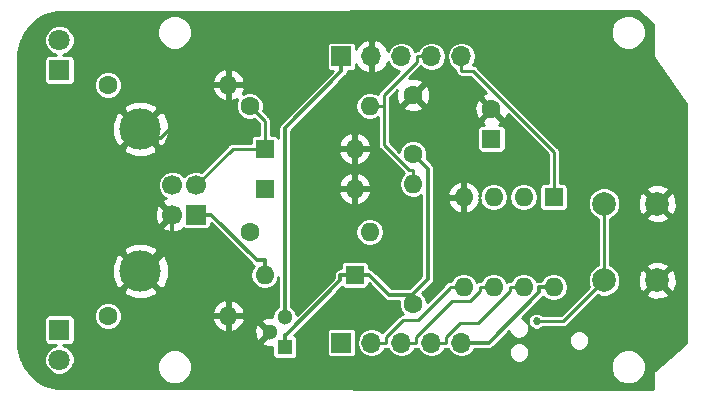
<source format=gbr>
G04 #@! TF.GenerationSoftware,KiCad,Pcbnew,(5.0.0)*
G04 #@! TF.CreationDate,2018-09-10T17:35:09-05:00*
G04 #@! TF.ProjectId,mini-attinyuino,6D696E692D617474696E7975696E6F2E,1.0*
G04 #@! TF.SameCoordinates,Original*
G04 #@! TF.FileFunction,Copper,L2,Bot,Signal*
G04 #@! TF.FilePolarity,Positive*
%FSLAX46Y46*%
G04 Gerber Fmt 4.6, Leading zero omitted, Abs format (unit mm)*
G04 Created by KiCad (PCBNEW (5.0.0)) date 09/10/18 17:35:09*
%MOMM*%
%LPD*%
G01*
G04 APERTURE LIST*
G04 #@! TA.AperFunction,ComponentPad*
%ADD10R,1.700000X1.700000*%
G04 #@! TD*
G04 #@! TA.AperFunction,ComponentPad*
%ADD11O,1.700000X1.700000*%
G04 #@! TD*
G04 #@! TA.AperFunction,ComponentPad*
%ADD12R,1.600000X1.600000*%
G04 #@! TD*
G04 #@! TA.AperFunction,ComponentPad*
%ADD13C,1.600000*%
G04 #@! TD*
G04 #@! TA.AperFunction,ComponentPad*
%ADD14R,1.800000X1.800000*%
G04 #@! TD*
G04 #@! TA.AperFunction,ComponentPad*
%ADD15C,1.800000*%
G04 #@! TD*
G04 #@! TA.AperFunction,ComponentPad*
%ADD16O,1.600000X1.600000*%
G04 #@! TD*
G04 #@! TA.AperFunction,ComponentPad*
%ADD17C,1.700000*%
G04 #@! TD*
G04 #@! TA.AperFunction,ComponentPad*
%ADD18C,3.500000*%
G04 #@! TD*
G04 #@! TA.AperFunction,ComponentPad*
%ADD19C,2.000000*%
G04 #@! TD*
G04 #@! TA.AperFunction,ComponentPad*
%ADD20C,1.300000*%
G04 #@! TD*
G04 #@! TA.AperFunction,ComponentPad*
%ADD21R,1.300000X1.300000*%
G04 #@! TD*
G04 #@! TA.AperFunction,ViaPad*
%ADD22C,0.685800*%
G04 #@! TD*
G04 #@! TA.AperFunction,Conductor*
%ADD23C,0.300000*%
G04 #@! TD*
G04 #@! TA.AperFunction,Conductor*
%ADD24C,0.254000*%
G04 #@! TD*
G04 APERTURE END LIST*
D10*
G04 #@! TO.P,J1,1*
G04 #@! TO.N,VBUS*
X120514000Y-111023000D03*
D11*
G04 #@! TO.P,J1,2*
G04 #@! TO.N,/PG4*
X123054000Y-111023000D03*
G04 #@! TO.P,J1,3*
G04 #@! TO.N,/PG1*
X125594000Y-111023000D03*
G04 #@! TO.P,J1,4*
G04 #@! TO.N,/PG3*
X128134000Y-111023000D03*
G04 #@! TO.P,J1,5*
G04 #@! TO.N,+5V*
X130674000Y-111023000D03*
G04 #@! TD*
D12*
G04 #@! TO.P,C1,1*
G04 #@! TO.N,+5V*
X133215000Y-93753800D03*
D13*
G04 #@! TO.P,C1,2*
G04 #@! TO.N,GND*
X133215000Y-91253800D03*
G04 #@! TD*
G04 #@! TO.P,C2,1*
G04 #@! TO.N,+5V*
X126591000Y-95048700D03*
G04 #@! TO.P,C2,2*
G04 #@! TO.N,GND*
X126591000Y-90048700D03*
G04 #@! TD*
D14*
G04 #@! TO.P,D1,1*
G04 #@! TO.N,Net-(D1-Pad1)*
X96631800Y-109913000D03*
D15*
G04 #@! TO.P,D1,2*
G04 #@! TO.N,+5V*
X96631800Y-112453000D03*
G04 #@! TD*
D12*
G04 #@! TO.P,D2,1*
G04 #@! TO.N,+5V*
X121623000Y-105256000D03*
D16*
G04 #@! TO.P,D2,2*
G04 #@! TO.N,VBUS*
X114003000Y-105256000D03*
G04 #@! TD*
D15*
G04 #@! TO.P,D3,2*
G04 #@! TO.N,/PG1*
X96631800Y-85410500D03*
D14*
G04 #@! TO.P,D3,1*
G04 #@! TO.N,Net-(D3-Pad1)*
X96631800Y-87950500D03*
G04 #@! TD*
D12*
G04 #@! TO.P,D4,1*
G04 #@! TO.N,Net-(D4-Pad1)*
X114003000Y-94592300D03*
D16*
G04 #@! TO.P,D4,2*
G04 #@! TO.N,GND*
X121623000Y-94592300D03*
G04 #@! TD*
G04 #@! TO.P,D5,2*
G04 #@! TO.N,GND*
X121623000Y-97980300D03*
D12*
G04 #@! TO.P,D5,1*
G04 #@! TO.N,Net-(D5-Pad1)*
X114003000Y-97980300D03*
G04 #@! TD*
D11*
G04 #@! TO.P,J2,5*
G04 #@! TO.N,/PG5*
X130674000Y-86766400D03*
G04 #@! TO.P,J2,4*
G04 #@! TO.N,Net-(J2-Pad4)*
X128134000Y-86766400D03*
G04 #@! TO.P,J2,3*
G04 #@! TO.N,Net-(J2-Pad3)*
X125594000Y-86766400D03*
G04 #@! TO.P,J2,2*
G04 #@! TO.N,GND*
X123054000Y-86766400D03*
D10*
G04 #@! TO.P,J2,1*
G04 #@! TO.N,VCC*
X120514000Y-86766400D03*
G04 #@! TD*
G04 #@! TO.P,J3,1*
G04 #@! TO.N,VBUS*
X108204000Y-100182000D03*
D17*
G04 #@! TO.P,J3,2*
G04 #@! TO.N,Net-(D4-Pad1)*
X108204000Y-97682000D03*
G04 #@! TO.P,J3,3*
G04 #@! TO.N,Net-(D5-Pad1)*
X106204000Y-97682000D03*
G04 #@! TO.P,J3,4*
G04 #@! TO.N,GND*
X106204000Y-100182000D03*
D18*
G04 #@! TO.P,J3,5*
X103494000Y-104952000D03*
X103494000Y-92912000D03*
G04 #@! TD*
D13*
G04 #@! TO.P,R1,1*
G04 #@! TO.N,Net-(D1-Pad1)*
X100752000Y-108735000D03*
D16*
G04 #@! TO.P,R1,2*
G04 #@! TO.N,GND*
X110912000Y-108735000D03*
G04 #@! TD*
D13*
G04 #@! TO.P,R2,1*
G04 #@! TO.N,Net-(D3-Pad1)*
X100752000Y-89179400D03*
D16*
G04 #@! TO.P,R2,2*
G04 #@! TO.N,GND*
X110912000Y-89179400D03*
G04 #@! TD*
D13*
G04 #@! TO.P,R3,1*
G04 #@! TO.N,Net-(D5-Pad1)*
X112733000Y-101618000D03*
D16*
G04 #@! TO.P,R3,2*
G04 #@! TO.N,Net-(J2-Pad3)*
X122893000Y-101618000D03*
G04 #@! TD*
G04 #@! TO.P,R4,2*
G04 #@! TO.N,Net-(J2-Pad4)*
X126591000Y-97581000D03*
D13*
G04 #@! TO.P,R4,1*
G04 #@! TO.N,+5V*
X126591000Y-107741000D03*
G04 #@! TD*
D16*
G04 #@! TO.P,R5,2*
G04 #@! TO.N,Net-(J2-Pad4)*
X122893000Y-90954400D03*
D13*
G04 #@! TO.P,R5,1*
G04 #@! TO.N,Net-(D4-Pad1)*
X112733000Y-90954400D03*
G04 #@! TD*
D19*
G04 #@! TO.P,SW1,2*
G04 #@! TO.N,/PG5*
X142744000Y-99236600D03*
G04 #@! TO.P,SW1,1*
G04 #@! TO.N,GND*
X147244000Y-99236600D03*
G04 #@! TO.P,SW1,2*
G04 #@! TO.N,/PG5*
X142744000Y-105736600D03*
G04 #@! TO.P,SW1,1*
G04 #@! TO.N,GND*
X147244000Y-105736600D03*
G04 #@! TD*
D20*
G04 #@! TO.P,U1,2*
G04 #@! TO.N,GND*
X114428000Y-110124000D03*
G04 #@! TO.P,U1,3*
G04 #@! TO.N,VCC*
X115698000Y-108854000D03*
D21*
G04 #@! TO.P,U1,1*
G04 #@! TO.N,+5V*
X115698000Y-111394000D03*
G04 #@! TD*
D12*
G04 #@! TO.P,U2,1*
G04 #@! TO.N,/PG5*
X138467000Y-98686600D03*
D16*
G04 #@! TO.P,U2,5*
G04 #@! TO.N,/PG4*
X130847000Y-106306600D03*
G04 #@! TO.P,U2,2*
G04 #@! TO.N,Net-(J2-Pad4)*
X135927000Y-98686600D03*
G04 #@! TO.P,U2,6*
G04 #@! TO.N,/PG1*
X133387000Y-106306600D03*
G04 #@! TO.P,U2,3*
G04 #@! TO.N,Net-(J2-Pad3)*
X133387000Y-98686600D03*
G04 #@! TO.P,U2,7*
G04 #@! TO.N,/PG3*
X135927000Y-106306600D03*
G04 #@! TO.P,U2,4*
G04 #@! TO.N,GND*
X130847000Y-98686600D03*
G04 #@! TO.P,U2,8*
G04 #@! TO.N,+5V*
X138467000Y-106306600D03*
G04 #@! TD*
D22*
G04 #@! TO.N,/PG5*
X137032500Y-109187300D03*
G04 #@! TD*
D23*
G04 #@! TO.N,+5V*
X126448300Y-106958800D02*
X127811800Y-105595300D01*
X127811800Y-105595300D02*
X127811800Y-96269500D01*
X127811800Y-96269500D02*
X126591000Y-95048700D01*
X126591000Y-107741000D02*
X126448300Y-107598300D01*
X126448300Y-107598300D02*
X126448300Y-106958800D01*
X126448300Y-106958800D02*
X124530100Y-106958800D01*
X124530100Y-106958800D02*
X122827300Y-105256000D01*
X138467000Y-106306600D02*
X137262700Y-106306600D01*
X137262700Y-106306600D02*
X137262700Y-106752300D01*
X137262700Y-106752300D02*
X132992000Y-111023000D01*
X132992000Y-111023000D02*
X130674000Y-111023000D01*
X121623000Y-105256000D02*
X122827300Y-105256000D01*
X121623000Y-105256000D02*
X120418700Y-105256000D01*
X115698000Y-111394000D02*
X115698000Y-110339700D01*
X115698000Y-110339700D02*
X115803200Y-110339700D01*
X115803200Y-110339700D02*
X120418700Y-105724200D01*
X120418700Y-105724200D02*
X120418700Y-105256000D01*
G04 #@! TO.N,GND*
X110912000Y-89179400D02*
X109707700Y-89179400D01*
X104933700Y-93673200D02*
X104255200Y-93673200D01*
X104255200Y-93673200D02*
X103494000Y-92912000D01*
X109707700Y-89179400D02*
X105213900Y-93673200D01*
X105213900Y-93673200D02*
X104933700Y-93673200D01*
X104933700Y-93673200D02*
X104933700Y-98911700D01*
X104933700Y-98911700D02*
X106204000Y-100182000D01*
X130847000Y-93621800D02*
X133215000Y-91253800D01*
X130847000Y-98686600D02*
X130847000Y-93621800D01*
X126591000Y-90048700D02*
X130164100Y-93621800D01*
X130164100Y-93621800D02*
X130847000Y-93621800D01*
X121623000Y-97980300D02*
X121623000Y-94592300D01*
X106204000Y-102822700D02*
X106204000Y-100182000D01*
X110912000Y-107530700D02*
X106204000Y-102822700D01*
X103494000Y-104952000D02*
X104074700Y-104952000D01*
X104074700Y-104952000D02*
X106204000Y-102822700D01*
X110912000Y-108735000D02*
X110912000Y-107530700D01*
D24*
G04 #@! TO.N,/PG1*
X125594000Y-111023000D02*
X126825300Y-111023000D01*
X133387000Y-106306600D02*
X132205700Y-106306600D01*
X132205700Y-106306600D02*
X132205700Y-106675900D01*
X132205700Y-106675900D02*
X131393700Y-107487900D01*
X131393700Y-107487900D02*
X129850200Y-107487900D01*
X129850200Y-107487900D02*
X126825300Y-110512800D01*
X126825300Y-110512800D02*
X126825300Y-111023000D01*
D23*
G04 #@! TO.N,VCC*
X120514000Y-86766400D02*
X120514000Y-88020700D01*
X115698000Y-108854000D02*
X115698000Y-92836700D01*
X115698000Y-92836700D02*
X120514000Y-88020700D01*
D24*
G04 #@! TO.N,/PG3*
X128134000Y-111023000D02*
X129365300Y-111023000D01*
X135927000Y-106306600D02*
X134745700Y-106306600D01*
X134745700Y-106306600D02*
X134745700Y-106675800D01*
X134745700Y-106675800D02*
X132112100Y-109309400D01*
X132112100Y-109309400D02*
X130568700Y-109309400D01*
X130568700Y-109309400D02*
X129365300Y-110512800D01*
X129365300Y-110512800D02*
X129365300Y-111023000D01*
G04 #@! TO.N,/PG4*
X123054000Y-111023000D02*
X124285300Y-111023000D01*
X130847000Y-106306600D02*
X129665700Y-106306600D01*
X129665700Y-106306600D02*
X129665700Y-106380700D01*
X129665700Y-106380700D02*
X126961000Y-109085400D01*
X126961000Y-109085400D02*
X125712700Y-109085400D01*
X125712700Y-109085400D02*
X124285300Y-110512800D01*
X124285300Y-110512800D02*
X124285300Y-111023000D01*
G04 #@! TO.N,/PG5*
X142744000Y-105736600D02*
X139293300Y-109187300D01*
X139293300Y-109187300D02*
X137032500Y-109187300D01*
X142744000Y-105736600D02*
X142744000Y-99236600D01*
X130674000Y-86766400D02*
X130674000Y-87997700D01*
X138467000Y-98686600D02*
X138467000Y-94829800D01*
X138467000Y-94829800D02*
X131634900Y-87997700D01*
X131634900Y-87997700D02*
X130674000Y-87997700D01*
D23*
G04 #@! TO.N,VBUS*
X114003000Y-105256000D02*
X114003000Y-104051700D01*
X108204000Y-100182000D02*
X109458300Y-100182000D01*
X109458300Y-100182000D02*
X113328000Y-104051700D01*
X113328000Y-104051700D02*
X114003000Y-104051700D01*
D24*
G04 #@! TO.N,Net-(D4-Pad1)*
X108204000Y-97682000D02*
X111293700Y-94592300D01*
X111293700Y-94592300D02*
X114003000Y-94592300D01*
X112733000Y-90954400D02*
X114003000Y-92224400D01*
X114003000Y-92224400D02*
X114003000Y-94592300D01*
G04 #@! TO.N,Net-(J2-Pad4)*
X126591000Y-97581000D02*
X126591000Y-96399700D01*
X126591000Y-96399700D02*
X126221800Y-96399700D01*
X126221800Y-96399700D02*
X124074300Y-94252200D01*
X124074300Y-94252200D02*
X124074300Y-90954400D01*
X122893000Y-90954400D02*
X124074300Y-90954400D01*
X124074300Y-90954400D02*
X124074300Y-90050800D01*
X124074300Y-90050800D02*
X126902700Y-87222400D01*
X126902700Y-87222400D02*
X126902700Y-86766400D01*
X128134000Y-86766400D02*
X126902700Y-86766400D01*
G04 #@! TD*
G04 #@! TO.N,GND*
G36*
X146870791Y-84011668D02*
X146870790Y-86571252D01*
X146869983Y-86573263D01*
X146870790Y-86646547D01*
X146870790Y-86681913D01*
X146871202Y-86683986D01*
X146871645Y-86724187D01*
X146885782Y-86757282D01*
X146892804Y-86792584D01*
X146915143Y-86826017D01*
X146915971Y-86827956D01*
X146935899Y-86857081D01*
X146976658Y-86918083D01*
X146978461Y-86919288D01*
X149665791Y-90846926D01*
X149665790Y-111043602D01*
X147021174Y-113291525D01*
X146976659Y-113321269D01*
X146943262Y-113371252D01*
X146905937Y-113418369D01*
X146901602Y-113433601D01*
X146892805Y-113446767D01*
X146881080Y-113505712D01*
X146864623Y-113563539D01*
X146870791Y-113616726D01*
X146870790Y-114934915D01*
X96364293Y-114870128D01*
X96054554Y-114801461D01*
X95728389Y-114698620D01*
X95412419Y-114567741D01*
X95109063Y-114409823D01*
X94820628Y-114226070D01*
X94549302Y-114017873D01*
X94297168Y-113786834D01*
X94066117Y-113534687D01*
X93857924Y-113263367D01*
X93674170Y-112974931D01*
X93516252Y-112671575D01*
X93385372Y-112355604D01*
X93282531Y-112029438D01*
X93208508Y-111695544D01*
X93163869Y-111356470D01*
X93148590Y-111006527D01*
X93148590Y-109013000D01*
X95343336Y-109013000D01*
X95343336Y-110813000D01*
X95372906Y-110961659D01*
X95457114Y-111087686D01*
X95583141Y-111171894D01*
X95731800Y-111201464D01*
X96305861Y-111201464D01*
X95906172Y-111367021D01*
X95545821Y-111727372D01*
X95350800Y-112198193D01*
X95350800Y-112707807D01*
X95545821Y-113178628D01*
X95906172Y-113538979D01*
X96376993Y-113734000D01*
X96886607Y-113734000D01*
X97357428Y-113538979D01*
X97717779Y-113178628D01*
X97885625Y-112773411D01*
X104899000Y-112773411D01*
X104899000Y-113362589D01*
X105124468Y-113906919D01*
X105541081Y-114323532D01*
X106085411Y-114549000D01*
X106674589Y-114549000D01*
X107218919Y-114323532D01*
X107635532Y-113906919D01*
X107861000Y-113362589D01*
X107861000Y-112773411D01*
X143317000Y-112773411D01*
X143317000Y-113362589D01*
X143542468Y-113906919D01*
X143959081Y-114323532D01*
X144503411Y-114549000D01*
X145092589Y-114549000D01*
X145636919Y-114323532D01*
X146053532Y-113906919D01*
X146279000Y-113362589D01*
X146279000Y-112773411D01*
X146053532Y-112229081D01*
X145636919Y-111812468D01*
X145092589Y-111587000D01*
X144503411Y-111587000D01*
X143959081Y-111812468D01*
X143542468Y-112229081D01*
X143317000Y-112773411D01*
X107861000Y-112773411D01*
X107635532Y-112229081D01*
X107218919Y-111812468D01*
X106674589Y-111587000D01*
X106085411Y-111587000D01*
X105541081Y-111812468D01*
X105124468Y-112229081D01*
X104899000Y-112773411D01*
X97885625Y-112773411D01*
X97912800Y-112707807D01*
X97912800Y-112198193D01*
X97717779Y-111727372D01*
X97357428Y-111367021D01*
X96957739Y-111201464D01*
X97531800Y-111201464D01*
X97680459Y-111171894D01*
X97806486Y-111087686D01*
X97890694Y-110961659D01*
X97920264Y-110813000D01*
X97920264Y-109013000D01*
X97890694Y-108864341D01*
X97806486Y-108738314D01*
X97680459Y-108654106D01*
X97531800Y-108624536D01*
X95731800Y-108624536D01*
X95583141Y-108654106D01*
X95457114Y-108738314D01*
X95372906Y-108864341D01*
X95343336Y-109013000D01*
X93148590Y-109013000D01*
X93148590Y-108500085D01*
X99571000Y-108500085D01*
X99571000Y-108969915D01*
X99750797Y-109403983D01*
X100083017Y-109736203D01*
X100517085Y-109916000D01*
X100986915Y-109916000D01*
X101420983Y-109736203D01*
X101753203Y-109403983D01*
X101885728Y-109084039D01*
X109520096Y-109084039D01*
X109680959Y-109472423D01*
X110056866Y-109887389D01*
X110562959Y-110126914D01*
X110785000Y-110005629D01*
X110785000Y-108862000D01*
X111039000Y-108862000D01*
X111039000Y-110005629D01*
X111261041Y-110126914D01*
X111649468Y-109943078D01*
X113130378Y-109943078D01*
X113159917Y-110453428D01*
X113298389Y-110787729D01*
X113528984Y-110843410D01*
X114248395Y-110124000D01*
X113528984Y-109404590D01*
X113298389Y-109460271D01*
X113130378Y-109943078D01*
X111649468Y-109943078D01*
X111767134Y-109887389D01*
X112143041Y-109472423D01*
X112303904Y-109084039D01*
X112181915Y-108862000D01*
X111039000Y-108862000D01*
X110785000Y-108862000D01*
X109642085Y-108862000D01*
X109520096Y-109084039D01*
X101885728Y-109084039D01*
X101933000Y-108969915D01*
X101933000Y-108500085D01*
X101885729Y-108385961D01*
X109520096Y-108385961D01*
X109642085Y-108608000D01*
X110785000Y-108608000D01*
X110785000Y-107464371D01*
X111039000Y-107464371D01*
X111039000Y-108608000D01*
X112181915Y-108608000D01*
X112303904Y-108385961D01*
X112143041Y-107997577D01*
X111767134Y-107582611D01*
X111261041Y-107343086D01*
X111039000Y-107464371D01*
X110785000Y-107464371D01*
X110562959Y-107343086D01*
X110056866Y-107582611D01*
X109680959Y-107997577D01*
X109520096Y-108385961D01*
X101885729Y-108385961D01*
X101753203Y-108066017D01*
X101420983Y-107733797D01*
X100986915Y-107554000D01*
X100517085Y-107554000D01*
X100083017Y-107733797D01*
X99750797Y-108066017D01*
X99571000Y-108500085D01*
X93148590Y-108500085D01*
X93148590Y-106646528D01*
X101979077Y-106646528D01*
X102169364Y-106991271D01*
X103050591Y-107342956D01*
X103999323Y-107330641D01*
X104818636Y-106991271D01*
X105008923Y-106646528D01*
X103494000Y-105131605D01*
X101979077Y-106646528D01*
X93148590Y-106646528D01*
X93148590Y-104508591D01*
X101103044Y-104508591D01*
X101115359Y-105457323D01*
X101454729Y-106276636D01*
X101799472Y-106466923D01*
X103314395Y-104952000D01*
X103673605Y-104952000D01*
X105188528Y-106466923D01*
X105533271Y-106276636D01*
X105884956Y-105395409D01*
X105872641Y-104446677D01*
X105533271Y-103627364D01*
X105188528Y-103437077D01*
X103673605Y-104952000D01*
X103314395Y-104952000D01*
X101799472Y-103437077D01*
X101454729Y-103627364D01*
X101103044Y-104508591D01*
X93148590Y-104508591D01*
X93148590Y-103257472D01*
X101979077Y-103257472D01*
X103494000Y-104772395D01*
X105008923Y-103257472D01*
X104818636Y-102912729D01*
X103937409Y-102561044D01*
X102988677Y-102573359D01*
X102169364Y-102912729D01*
X101979077Y-103257472D01*
X93148590Y-103257472D01*
X93148590Y-99953279D01*
X104707282Y-99953279D01*
X104733685Y-100543458D01*
X104908741Y-100966080D01*
X105160042Y-101046353D01*
X106024395Y-100182000D01*
X105160042Y-99317647D01*
X104908741Y-99397920D01*
X104707282Y-99953279D01*
X93148590Y-99953279D01*
X93148590Y-97437139D01*
X104973000Y-97437139D01*
X104973000Y-97926861D01*
X105160408Y-98379306D01*
X105506694Y-98725592D01*
X105657831Y-98788195D01*
X105419920Y-98886741D01*
X105339647Y-99138042D01*
X106204000Y-100002395D01*
X106218143Y-99988253D01*
X106397748Y-100167858D01*
X106383605Y-100182000D01*
X106397748Y-100196143D01*
X106218143Y-100375748D01*
X106204000Y-100361605D01*
X105339647Y-101225958D01*
X105419920Y-101477259D01*
X105975279Y-101678718D01*
X106565458Y-101652315D01*
X106988080Y-101477259D01*
X107054452Y-101269477D01*
X107079314Y-101306686D01*
X107205341Y-101390894D01*
X107354000Y-101420464D01*
X109054000Y-101420464D01*
X109202659Y-101390894D01*
X109328686Y-101306686D01*
X109412894Y-101180659D01*
X109442464Y-101032000D01*
X109442464Y-100917111D01*
X112915548Y-104390195D01*
X112945171Y-104434529D01*
X113073997Y-104520608D01*
X112890522Y-104795197D01*
X112798863Y-105256000D01*
X112890522Y-105716803D01*
X113151547Y-106107453D01*
X113542197Y-106368478D01*
X113886682Y-106437000D01*
X114119318Y-106437000D01*
X114463803Y-106368478D01*
X114854453Y-106107453D01*
X115115478Y-105716803D01*
X115167000Y-105457782D01*
X115167000Y-107958002D01*
X115113986Y-107979961D01*
X114823961Y-108269986D01*
X114667000Y-108648921D01*
X114667000Y-108846588D01*
X114608922Y-108826378D01*
X114098572Y-108855917D01*
X113764271Y-108994389D01*
X113708590Y-109224984D01*
X114428000Y-109944395D01*
X114442143Y-109930253D01*
X114621748Y-110109858D01*
X114607605Y-110124000D01*
X114621748Y-110138142D01*
X114442142Y-110317748D01*
X114428000Y-110303605D01*
X113708590Y-111023016D01*
X113764271Y-111253611D01*
X114247078Y-111421622D01*
X114659536Y-111397749D01*
X114659536Y-112044000D01*
X114689106Y-112192659D01*
X114773314Y-112318686D01*
X114899341Y-112402894D01*
X115048000Y-112432464D01*
X116348000Y-112432464D01*
X116496659Y-112402894D01*
X116622686Y-112318686D01*
X116706894Y-112192659D01*
X116736464Y-112044000D01*
X116736464Y-110744000D01*
X116706894Y-110595341D01*
X116622686Y-110469314D01*
X116503902Y-110389945D01*
X116720847Y-110173000D01*
X119275536Y-110173000D01*
X119275536Y-111873000D01*
X119305106Y-112021659D01*
X119389314Y-112147686D01*
X119515341Y-112231894D01*
X119664000Y-112261464D01*
X121364000Y-112261464D01*
X121512659Y-112231894D01*
X121638686Y-112147686D01*
X121722894Y-112021659D01*
X121752464Y-111873000D01*
X121752464Y-110173000D01*
X121722894Y-110024341D01*
X121638686Y-109898314D01*
X121512659Y-109814106D01*
X121364000Y-109784536D01*
X119664000Y-109784536D01*
X119515341Y-109814106D01*
X119389314Y-109898314D01*
X119305106Y-110024341D01*
X119275536Y-110173000D01*
X116720847Y-110173000D01*
X120557215Y-106336633D01*
X120674341Y-106414894D01*
X120823000Y-106444464D01*
X122423000Y-106444464D01*
X122571659Y-106414894D01*
X122697686Y-106330686D01*
X122781894Y-106204659D01*
X122811464Y-106056000D01*
X122811464Y-105991111D01*
X124117650Y-107297298D01*
X124147271Y-107341629D01*
X124191602Y-107371250D01*
X124191603Y-107371251D01*
X124322914Y-107458990D01*
X124530100Y-107500202D01*
X124582394Y-107489800D01*
X125416745Y-107489800D01*
X125410000Y-107506085D01*
X125410000Y-107975915D01*
X125589797Y-108409983D01*
X125755845Y-108576031D01*
X125712699Y-108567449D01*
X125662671Y-108577400D01*
X125662668Y-108577400D01*
X125514488Y-108606875D01*
X125346453Y-108719153D01*
X125318112Y-108761568D01*
X123961468Y-110118212D01*
X123938549Y-110133526D01*
X123534312Y-109863424D01*
X123175239Y-109792000D01*
X122932761Y-109792000D01*
X122573688Y-109863424D01*
X122166499Y-110135499D01*
X121894424Y-110542688D01*
X121798884Y-111023000D01*
X121894424Y-111503312D01*
X122166499Y-111910501D01*
X122573688Y-112182576D01*
X122932761Y-112254000D01*
X123175239Y-112254000D01*
X123534312Y-112182576D01*
X123941501Y-111910501D01*
X124195075Y-111531000D01*
X124235268Y-111531000D01*
X124285300Y-111540952D01*
X124439129Y-111510353D01*
X124706499Y-111910501D01*
X125113688Y-112182576D01*
X125472761Y-112254000D01*
X125715239Y-112254000D01*
X126074312Y-112182576D01*
X126481501Y-111910501D01*
X126735075Y-111531000D01*
X126775268Y-111531000D01*
X126825300Y-111540952D01*
X126979129Y-111510353D01*
X127246499Y-111910501D01*
X127653688Y-112182576D01*
X128012761Y-112254000D01*
X128255239Y-112254000D01*
X128614312Y-112182576D01*
X129021501Y-111910501D01*
X129275075Y-111531000D01*
X129315268Y-111531000D01*
X129365300Y-111540952D01*
X129519129Y-111510353D01*
X129786499Y-111910501D01*
X130193688Y-112182576D01*
X130552761Y-112254000D01*
X130795239Y-112254000D01*
X131154312Y-112182576D01*
X131561501Y-111910501D01*
X131725744Y-111664693D01*
X134660700Y-111664693D01*
X134660700Y-112013307D01*
X134794109Y-112335384D01*
X135040616Y-112581891D01*
X135362693Y-112715300D01*
X135711307Y-112715300D01*
X136033384Y-112581891D01*
X136279891Y-112335384D01*
X136413300Y-112013307D01*
X136413300Y-111664693D01*
X136279891Y-111342616D01*
X136033384Y-111096109D01*
X135711307Y-110962700D01*
X135362693Y-110962700D01*
X135040616Y-111096109D01*
X134794109Y-111342616D01*
X134660700Y-111664693D01*
X131725744Y-111664693D01*
X131799707Y-111554000D01*
X132939710Y-111554000D01*
X132992000Y-111564401D01*
X133044290Y-111554000D01*
X133044294Y-111554000D01*
X133199186Y-111523190D01*
X133374829Y-111405829D01*
X133404452Y-111361495D01*
X134697001Y-110068946D01*
X134794109Y-110303384D01*
X135040616Y-110549891D01*
X135362693Y-110683300D01*
X135711307Y-110683300D01*
X135794855Y-110648693D01*
X139740700Y-110648693D01*
X139740700Y-110997307D01*
X139874109Y-111319384D01*
X140120616Y-111565891D01*
X140442693Y-111699300D01*
X140791307Y-111699300D01*
X141113384Y-111565891D01*
X141359891Y-111319384D01*
X141493300Y-110997307D01*
X141493300Y-110648693D01*
X141359891Y-110326616D01*
X141113384Y-110080109D01*
X140791307Y-109946700D01*
X140442693Y-109946700D01*
X140120616Y-110080109D01*
X139874109Y-110326616D01*
X139740700Y-110648693D01*
X135794855Y-110648693D01*
X136033384Y-110549891D01*
X136279891Y-110303384D01*
X136413300Y-109981307D01*
X136413300Y-109632693D01*
X136279891Y-109310616D01*
X136033384Y-109064109D01*
X135983164Y-109043307D01*
X136308600Y-109043307D01*
X136308600Y-109331293D01*
X136418807Y-109597356D01*
X136622444Y-109800993D01*
X136888507Y-109911200D01*
X137176493Y-109911200D01*
X137442556Y-109800993D01*
X137548249Y-109695300D01*
X139243272Y-109695300D01*
X139293300Y-109705251D01*
X139343328Y-109695300D01*
X139343332Y-109695300D01*
X139491512Y-109665825D01*
X139659547Y-109553547D01*
X139687888Y-109511132D01*
X142195029Y-107003992D01*
X142469302Y-107117600D01*
X143018698Y-107117600D01*
X143526273Y-106907355D01*
X143544496Y-106889132D01*
X146271073Y-106889132D01*
X146369736Y-107155987D01*
X146979461Y-107382508D01*
X147629460Y-107358456D01*
X148118264Y-107155987D01*
X148216927Y-106889132D01*
X147244000Y-105916205D01*
X146271073Y-106889132D01*
X143544496Y-106889132D01*
X143914755Y-106518873D01*
X144125000Y-106011298D01*
X144125000Y-105472061D01*
X145598092Y-105472061D01*
X145622144Y-106122060D01*
X145824613Y-106610864D01*
X146091468Y-106709527D01*
X147064395Y-105736600D01*
X147423605Y-105736600D01*
X148396532Y-106709527D01*
X148663387Y-106610864D01*
X148889908Y-106001139D01*
X148865856Y-105351140D01*
X148663387Y-104862336D01*
X148396532Y-104763673D01*
X147423605Y-105736600D01*
X147064395Y-105736600D01*
X146091468Y-104763673D01*
X145824613Y-104862336D01*
X145598092Y-105472061D01*
X144125000Y-105472061D01*
X144125000Y-105461902D01*
X143914755Y-104954327D01*
X143544496Y-104584068D01*
X146271073Y-104584068D01*
X147244000Y-105556995D01*
X148216927Y-104584068D01*
X148118264Y-104317213D01*
X147508539Y-104090692D01*
X146858540Y-104114744D01*
X146369736Y-104317213D01*
X146271073Y-104584068D01*
X143544496Y-104584068D01*
X143526273Y-104565845D01*
X143252000Y-104452237D01*
X143252000Y-100520963D01*
X143526273Y-100407355D01*
X143544496Y-100389132D01*
X146271073Y-100389132D01*
X146369736Y-100655987D01*
X146979461Y-100882508D01*
X147629460Y-100858456D01*
X148118264Y-100655987D01*
X148216927Y-100389132D01*
X147244000Y-99416205D01*
X146271073Y-100389132D01*
X143544496Y-100389132D01*
X143914755Y-100018873D01*
X144125000Y-99511298D01*
X144125000Y-98972061D01*
X145598092Y-98972061D01*
X145622144Y-99622060D01*
X145824613Y-100110864D01*
X146091468Y-100209527D01*
X147064395Y-99236600D01*
X147423605Y-99236600D01*
X148396532Y-100209527D01*
X148663387Y-100110864D01*
X148889908Y-99501139D01*
X148865856Y-98851140D01*
X148663387Y-98362336D01*
X148396532Y-98263673D01*
X147423605Y-99236600D01*
X147064395Y-99236600D01*
X146091468Y-98263673D01*
X145824613Y-98362336D01*
X145598092Y-98972061D01*
X144125000Y-98972061D01*
X144125000Y-98961902D01*
X143914755Y-98454327D01*
X143544496Y-98084068D01*
X146271073Y-98084068D01*
X147244000Y-99056995D01*
X148216927Y-98084068D01*
X148118264Y-97817213D01*
X147508539Y-97590692D01*
X146858540Y-97614744D01*
X146369736Y-97817213D01*
X146271073Y-98084068D01*
X143544496Y-98084068D01*
X143526273Y-98065845D01*
X143018698Y-97855600D01*
X142469302Y-97855600D01*
X141961727Y-98065845D01*
X141573245Y-98454327D01*
X141363000Y-98961902D01*
X141363000Y-99511298D01*
X141573245Y-100018873D01*
X141961727Y-100407355D01*
X142236001Y-100520963D01*
X142236000Y-104452237D01*
X141961727Y-104565845D01*
X141573245Y-104954327D01*
X141363000Y-105461902D01*
X141363000Y-106011298D01*
X141476608Y-106285571D01*
X139082880Y-108679300D01*
X137548249Y-108679300D01*
X137442556Y-108573607D01*
X137176493Y-108463400D01*
X136888507Y-108463400D01*
X136622444Y-108573607D01*
X136418807Y-108777244D01*
X136308600Y-109043307D01*
X135983164Y-109043307D01*
X135798946Y-108967001D01*
X137601198Y-107164750D01*
X137614212Y-107156055D01*
X137615547Y-107158053D01*
X138006197Y-107419078D01*
X138350682Y-107487600D01*
X138583318Y-107487600D01*
X138927803Y-107419078D01*
X139318453Y-107158053D01*
X139579478Y-106767403D01*
X139671137Y-106306600D01*
X139579478Y-105845797D01*
X139318453Y-105455147D01*
X138927803Y-105194122D01*
X138583318Y-105125600D01*
X138350682Y-105125600D01*
X138006197Y-105194122D01*
X137615547Y-105455147D01*
X137401426Y-105775600D01*
X137314994Y-105775600D01*
X137262700Y-105765198D01*
X137153094Y-105787000D01*
X137055514Y-105806410D01*
X137026233Y-105825975D01*
X136778453Y-105455147D01*
X136387803Y-105194122D01*
X136043318Y-105125600D01*
X135810682Y-105125600D01*
X135466197Y-105194122D01*
X135075547Y-105455147D01*
X134846058Y-105798600D01*
X134795732Y-105798600D01*
X134745700Y-105788648D01*
X134695668Y-105798600D01*
X134547488Y-105828075D01*
X134501999Y-105858470D01*
X134499478Y-105845797D01*
X134238453Y-105455147D01*
X133847803Y-105194122D01*
X133503318Y-105125600D01*
X133270682Y-105125600D01*
X132926197Y-105194122D01*
X132535547Y-105455147D01*
X132306058Y-105798600D01*
X132255732Y-105798600D01*
X132205700Y-105788648D01*
X132155668Y-105798600D01*
X132007488Y-105828075D01*
X131961999Y-105858470D01*
X131959478Y-105845797D01*
X131698453Y-105455147D01*
X131307803Y-105194122D01*
X130963318Y-105125600D01*
X130730682Y-105125600D01*
X130386197Y-105194122D01*
X129995547Y-105455147D01*
X129766058Y-105798600D01*
X129715732Y-105798600D01*
X129665700Y-105788648D01*
X129615668Y-105798600D01*
X129467488Y-105828075D01*
X129299453Y-105940353D01*
X129187175Y-106108388D01*
X129179126Y-106148854D01*
X127772000Y-107555980D01*
X127772000Y-107506085D01*
X127592203Y-107072017D01*
X127339117Y-106818931D01*
X128150298Y-106007750D01*
X128194629Y-105978129D01*
X128225863Y-105931385D01*
X128311990Y-105802486D01*
X128321199Y-105756190D01*
X128342800Y-105647594D01*
X128342800Y-105647591D01*
X128353201Y-105595301D01*
X128342800Y-105543011D01*
X128342800Y-99035641D01*
X129455086Y-99035641D01*
X129694611Y-99541734D01*
X130109577Y-99917641D01*
X130497961Y-100078504D01*
X130720000Y-99956515D01*
X130720000Y-98813600D01*
X129576371Y-98813600D01*
X129455086Y-99035641D01*
X128342800Y-99035641D01*
X128342800Y-98337559D01*
X129455086Y-98337559D01*
X129576371Y-98559600D01*
X130720000Y-98559600D01*
X130720000Y-97416685D01*
X130974000Y-97416685D01*
X130974000Y-98559600D01*
X130994000Y-98559600D01*
X130994000Y-98813600D01*
X130974000Y-98813600D01*
X130974000Y-99956515D01*
X131196039Y-100078504D01*
X131584423Y-99917641D01*
X131999389Y-99541734D01*
X132238914Y-99035641D01*
X132117630Y-98813602D01*
X132208125Y-98813602D01*
X132274522Y-99147403D01*
X132535547Y-99538053D01*
X132926197Y-99799078D01*
X133270682Y-99867600D01*
X133503318Y-99867600D01*
X133847803Y-99799078D01*
X134238453Y-99538053D01*
X134499478Y-99147403D01*
X134591137Y-98686600D01*
X134722863Y-98686600D01*
X134814522Y-99147403D01*
X135075547Y-99538053D01*
X135466197Y-99799078D01*
X135810682Y-99867600D01*
X136043318Y-99867600D01*
X136387803Y-99799078D01*
X136778453Y-99538053D01*
X137039478Y-99147403D01*
X137131137Y-98686600D01*
X137039478Y-98225797D01*
X136778453Y-97835147D01*
X136387803Y-97574122D01*
X136043318Y-97505600D01*
X135810682Y-97505600D01*
X135466197Y-97574122D01*
X135075547Y-97835147D01*
X134814522Y-98225797D01*
X134722863Y-98686600D01*
X134591137Y-98686600D01*
X134499478Y-98225797D01*
X134238453Y-97835147D01*
X133847803Y-97574122D01*
X133503318Y-97505600D01*
X133270682Y-97505600D01*
X132926197Y-97574122D01*
X132535547Y-97835147D01*
X132274522Y-98225797D01*
X132208125Y-98559598D01*
X132117630Y-98559598D01*
X132238914Y-98337559D01*
X131999389Y-97831466D01*
X131584423Y-97455559D01*
X131196039Y-97294696D01*
X130974000Y-97416685D01*
X130720000Y-97416685D01*
X130497961Y-97294696D01*
X130109577Y-97455559D01*
X129694611Y-97831466D01*
X129455086Y-98337559D01*
X128342800Y-98337559D01*
X128342800Y-96321794D01*
X128353202Y-96269500D01*
X128311990Y-96062314D01*
X128224251Y-95931003D01*
X128224250Y-95931002D01*
X128194629Y-95886671D01*
X128150298Y-95857050D01*
X127714846Y-95421598D01*
X127772000Y-95283615D01*
X127772000Y-94813785D01*
X127592203Y-94379717D01*
X127259983Y-94047497D01*
X126825915Y-93867700D01*
X126356085Y-93867700D01*
X125922017Y-94047497D01*
X125589797Y-94379717D01*
X125410000Y-94813785D01*
X125410000Y-94869480D01*
X124582300Y-94041780D01*
X124582300Y-92953800D01*
X132026536Y-92953800D01*
X132026536Y-94553800D01*
X132056106Y-94702459D01*
X132140314Y-94828486D01*
X132266341Y-94912694D01*
X132415000Y-94942264D01*
X134015000Y-94942264D01*
X134163659Y-94912694D01*
X134289686Y-94828486D01*
X134373894Y-94702459D01*
X134403464Y-94553800D01*
X134403464Y-92953800D01*
X134373894Y-92805141D01*
X134289686Y-92679114D01*
X134163659Y-92594906D01*
X134015000Y-92565336D01*
X133829773Y-92565336D01*
X133969005Y-92507664D01*
X134043139Y-92261545D01*
X133215000Y-91433405D01*
X132386861Y-92261545D01*
X132460995Y-92507664D01*
X132621445Y-92565336D01*
X132415000Y-92565336D01*
X132266341Y-92594906D01*
X132140314Y-92679114D01*
X132056106Y-92805141D01*
X132026536Y-92953800D01*
X124582300Y-92953800D01*
X124582300Y-91056445D01*
X125762861Y-91056445D01*
X125836995Y-91302564D01*
X126374223Y-91495665D01*
X126944454Y-91468478D01*
X127345005Y-91302564D01*
X127419139Y-91056445D01*
X127399718Y-91037023D01*
X131768035Y-91037023D01*
X131795222Y-91607254D01*
X131961136Y-92007805D01*
X132207255Y-92081939D01*
X133035395Y-91253800D01*
X132207255Y-90425661D01*
X131961136Y-90499795D01*
X131768035Y-91037023D01*
X127399718Y-91037023D01*
X126591000Y-90228305D01*
X125762861Y-91056445D01*
X124582300Y-91056445D01*
X124582300Y-91004431D01*
X124592252Y-90954400D01*
X124582300Y-90904368D01*
X124582300Y-90261220D01*
X125218350Y-89625170D01*
X125144035Y-89831923D01*
X125171222Y-90402154D01*
X125337136Y-90802705D01*
X125583255Y-90876839D01*
X126411395Y-90048700D01*
X126770605Y-90048700D01*
X127598745Y-90876839D01*
X127844864Y-90802705D01*
X128037965Y-90265477D01*
X128010778Y-89695246D01*
X127844864Y-89294695D01*
X127598745Y-89220561D01*
X126770605Y-90048700D01*
X126411395Y-90048700D01*
X126397252Y-90034558D01*
X126576858Y-89854952D01*
X126591000Y-89869095D01*
X127419139Y-89040955D01*
X127345005Y-88794836D01*
X126807777Y-88601735D01*
X126237546Y-88628922D01*
X126198372Y-88645148D01*
X127223716Y-87619805D01*
X127246499Y-87653901D01*
X127653688Y-87925976D01*
X128012761Y-87997400D01*
X128255239Y-87997400D01*
X128614312Y-87925976D01*
X129021501Y-87653901D01*
X129293576Y-87246712D01*
X129389116Y-86766400D01*
X129418884Y-86766400D01*
X129514424Y-87246712D01*
X129786499Y-87653901D01*
X130166001Y-87907476D01*
X130166001Y-87947663D01*
X130156048Y-87997700D01*
X130195475Y-88195912D01*
X130307753Y-88363947D01*
X130475788Y-88476225D01*
X130623968Y-88505700D01*
X130674000Y-88515652D01*
X130724032Y-88505700D01*
X131424480Y-88505700D01*
X132784652Y-89865872D01*
X132460995Y-89999936D01*
X132386861Y-90246055D01*
X133215000Y-91074195D01*
X133229142Y-91060052D01*
X133408748Y-91239658D01*
X133394605Y-91253800D01*
X134222745Y-92081939D01*
X134468864Y-92007805D01*
X134589887Y-91671107D01*
X137959001Y-95040221D01*
X137959000Y-97498136D01*
X137667000Y-97498136D01*
X137518341Y-97527706D01*
X137392314Y-97611914D01*
X137308106Y-97737941D01*
X137278536Y-97886600D01*
X137278536Y-99486600D01*
X137308106Y-99635259D01*
X137392314Y-99761286D01*
X137518341Y-99845494D01*
X137667000Y-99875064D01*
X139267000Y-99875064D01*
X139415659Y-99845494D01*
X139541686Y-99761286D01*
X139625894Y-99635259D01*
X139655464Y-99486600D01*
X139655464Y-97886600D01*
X139625894Y-97737941D01*
X139541686Y-97611914D01*
X139415659Y-97527706D01*
X139267000Y-97498136D01*
X138975000Y-97498136D01*
X138975000Y-94879826D01*
X138984951Y-94829799D01*
X138975000Y-94779772D01*
X138975000Y-94779768D01*
X138945525Y-94631588D01*
X138833247Y-94463553D01*
X138790832Y-94435212D01*
X132029488Y-87673868D01*
X132001147Y-87631453D01*
X131833112Y-87519175D01*
X131684932Y-87489700D01*
X131684928Y-87489700D01*
X131672825Y-87487293D01*
X131833576Y-87246712D01*
X131929116Y-86766400D01*
X131833576Y-86286088D01*
X131561501Y-85878899D01*
X131154312Y-85606824D01*
X130795239Y-85535400D01*
X130552761Y-85535400D01*
X130193688Y-85606824D01*
X129786499Y-85878899D01*
X129514424Y-86286088D01*
X129418884Y-86766400D01*
X129389116Y-86766400D01*
X129293576Y-86286088D01*
X129021501Y-85878899D01*
X128614312Y-85606824D01*
X128255239Y-85535400D01*
X128012761Y-85535400D01*
X127653688Y-85606824D01*
X127246499Y-85878899D01*
X126992925Y-86258400D01*
X126952732Y-86258400D01*
X126902700Y-86248448D01*
X126852668Y-86258400D01*
X126748871Y-86279047D01*
X126481501Y-85878899D01*
X126074312Y-85606824D01*
X125715239Y-85535400D01*
X125472761Y-85535400D01*
X125113688Y-85606824D01*
X124706499Y-85878899D01*
X124436245Y-86283363D01*
X124249183Y-85885042D01*
X123820924Y-85494755D01*
X123410890Y-85324924D01*
X123181000Y-85446245D01*
X123181000Y-86639400D01*
X123201000Y-86639400D01*
X123201000Y-86893400D01*
X123181000Y-86893400D01*
X123181000Y-88086555D01*
X123410890Y-88207876D01*
X123820924Y-88038045D01*
X124249183Y-87647758D01*
X124436245Y-87249437D01*
X124706499Y-87653901D01*
X125113688Y-87925976D01*
X125419812Y-87986868D01*
X123750466Y-89656214D01*
X123708054Y-89684553D01*
X123679715Y-89726965D01*
X123679712Y-89726968D01*
X123595775Y-89852589D01*
X123569261Y-89985887D01*
X123353803Y-89841922D01*
X123009318Y-89773400D01*
X122776682Y-89773400D01*
X122432197Y-89841922D01*
X122041547Y-90102947D01*
X121780522Y-90493597D01*
X121688863Y-90954400D01*
X121780522Y-91415203D01*
X122041547Y-91805853D01*
X122432197Y-92066878D01*
X122776682Y-92135400D01*
X123009318Y-92135400D01*
X123353803Y-92066878D01*
X123566301Y-91924891D01*
X123566300Y-94202172D01*
X123556349Y-94252200D01*
X123566300Y-94302228D01*
X123566300Y-94302231D01*
X123576056Y-94351275D01*
X123595775Y-94450411D01*
X123661323Y-94548510D01*
X123708053Y-94618447D01*
X123750468Y-94646788D01*
X125795703Y-96692024D01*
X125739547Y-96729547D01*
X125478522Y-97120197D01*
X125386863Y-97581000D01*
X125478522Y-98041803D01*
X125739547Y-98432453D01*
X126130197Y-98693478D01*
X126474682Y-98762000D01*
X126707318Y-98762000D01*
X127051803Y-98693478D01*
X127280801Y-98540466D01*
X127280800Y-105375352D01*
X126228353Y-106427800D01*
X124750048Y-106427800D01*
X123239752Y-104917505D01*
X123210129Y-104873171D01*
X123034486Y-104755810D01*
X122879594Y-104725000D01*
X122879590Y-104725000D01*
X122827300Y-104714599D01*
X122811464Y-104717749D01*
X122811464Y-104456000D01*
X122781894Y-104307341D01*
X122697686Y-104181314D01*
X122571659Y-104097106D01*
X122423000Y-104067536D01*
X120823000Y-104067536D01*
X120674341Y-104097106D01*
X120548314Y-104181314D01*
X120464106Y-104307341D01*
X120434536Y-104456000D01*
X120434536Y-104717748D01*
X120418700Y-104714598D01*
X120366406Y-104725000D01*
X120211514Y-104755810D01*
X120035871Y-104873171D01*
X119918510Y-105048814D01*
X119877298Y-105256000D01*
X119887700Y-105308293D01*
X119887700Y-105504252D01*
X116729000Y-108662953D01*
X116729000Y-108648921D01*
X116572039Y-108269986D01*
X116282014Y-107979961D01*
X116229000Y-107958002D01*
X116229000Y-101618000D01*
X121688863Y-101618000D01*
X121780522Y-102078803D01*
X122041547Y-102469453D01*
X122432197Y-102730478D01*
X122776682Y-102799000D01*
X123009318Y-102799000D01*
X123353803Y-102730478D01*
X123744453Y-102469453D01*
X124005478Y-102078803D01*
X124097137Y-101618000D01*
X124005478Y-101157197D01*
X123744453Y-100766547D01*
X123353803Y-100505522D01*
X123009318Y-100437000D01*
X122776682Y-100437000D01*
X122432197Y-100505522D01*
X122041547Y-100766547D01*
X121780522Y-101157197D01*
X121688863Y-101618000D01*
X116229000Y-101618000D01*
X116229000Y-98329339D01*
X120231096Y-98329339D01*
X120391959Y-98717723D01*
X120767866Y-99132689D01*
X121273959Y-99372214D01*
X121496000Y-99250929D01*
X121496000Y-98107300D01*
X121750000Y-98107300D01*
X121750000Y-99250929D01*
X121972041Y-99372214D01*
X122478134Y-99132689D01*
X122854041Y-98717723D01*
X123014904Y-98329339D01*
X122892915Y-98107300D01*
X121750000Y-98107300D01*
X121496000Y-98107300D01*
X120353085Y-98107300D01*
X120231096Y-98329339D01*
X116229000Y-98329339D01*
X116229000Y-97631261D01*
X120231096Y-97631261D01*
X120353085Y-97853300D01*
X121496000Y-97853300D01*
X121496000Y-96709671D01*
X121750000Y-96709671D01*
X121750000Y-97853300D01*
X122892915Y-97853300D01*
X123014904Y-97631261D01*
X122854041Y-97242877D01*
X122478134Y-96827911D01*
X121972041Y-96588386D01*
X121750000Y-96709671D01*
X121496000Y-96709671D01*
X121273959Y-96588386D01*
X120767866Y-96827911D01*
X120391959Y-97242877D01*
X120231096Y-97631261D01*
X116229000Y-97631261D01*
X116229000Y-94941339D01*
X120231096Y-94941339D01*
X120391959Y-95329723D01*
X120767866Y-95744689D01*
X121273959Y-95984214D01*
X121496000Y-95862929D01*
X121496000Y-94719300D01*
X121750000Y-94719300D01*
X121750000Y-95862929D01*
X121972041Y-95984214D01*
X122478134Y-95744689D01*
X122854041Y-95329723D01*
X123014904Y-94941339D01*
X122892915Y-94719300D01*
X121750000Y-94719300D01*
X121496000Y-94719300D01*
X120353085Y-94719300D01*
X120231096Y-94941339D01*
X116229000Y-94941339D01*
X116229000Y-94243261D01*
X120231096Y-94243261D01*
X120353085Y-94465300D01*
X121496000Y-94465300D01*
X121496000Y-93321671D01*
X121750000Y-93321671D01*
X121750000Y-94465300D01*
X122892915Y-94465300D01*
X123014904Y-94243261D01*
X122854041Y-93854877D01*
X122478134Y-93439911D01*
X121972041Y-93200386D01*
X121750000Y-93321671D01*
X121496000Y-93321671D01*
X121273959Y-93200386D01*
X120767866Y-93439911D01*
X120391959Y-93854877D01*
X120231096Y-94243261D01*
X116229000Y-94243261D01*
X116229000Y-93056647D01*
X120852495Y-88433152D01*
X120896829Y-88403529D01*
X121014190Y-88227886D01*
X121045000Y-88072994D01*
X121055402Y-88020700D01*
X121052252Y-88004864D01*
X121364000Y-88004864D01*
X121512659Y-87975294D01*
X121638686Y-87891086D01*
X121722894Y-87765059D01*
X121752464Y-87616400D01*
X121752464Y-87421295D01*
X121858817Y-87647758D01*
X122287076Y-88038045D01*
X122697110Y-88207876D01*
X122927000Y-88086555D01*
X122927000Y-86893400D01*
X122907000Y-86893400D01*
X122907000Y-86639400D01*
X122927000Y-86639400D01*
X122927000Y-85446245D01*
X122697110Y-85324924D01*
X122287076Y-85494755D01*
X121858817Y-85885042D01*
X121752464Y-86111505D01*
X121752464Y-85916400D01*
X121722894Y-85767741D01*
X121638686Y-85641714D01*
X121512659Y-85557506D01*
X121364000Y-85527936D01*
X119664000Y-85527936D01*
X119515341Y-85557506D01*
X119389314Y-85641714D01*
X119305106Y-85767741D01*
X119275536Y-85916400D01*
X119275536Y-87616400D01*
X119305106Y-87765059D01*
X119389314Y-87891086D01*
X119515341Y-87975294D01*
X119664000Y-88004864D01*
X119778889Y-88004864D01*
X115359503Y-92424250D01*
X115315172Y-92453871D01*
X115285551Y-92498202D01*
X115285549Y-92498204D01*
X115197810Y-92629515D01*
X115156599Y-92836700D01*
X115167001Y-92888995D01*
X115167001Y-93669315D01*
X115161894Y-93643641D01*
X115077686Y-93517614D01*
X114951659Y-93433406D01*
X114803000Y-93403836D01*
X114511000Y-93403836D01*
X114511000Y-92274427D01*
X114520951Y-92224399D01*
X114511000Y-92174369D01*
X114511000Y-92174368D01*
X114481525Y-92026188D01*
X114469242Y-92007805D01*
X114397588Y-91900567D01*
X114397586Y-91900565D01*
X114369247Y-91858153D01*
X114326836Y-91829815D01*
X113847319Y-91350298D01*
X113914000Y-91189315D01*
X113914000Y-90719485D01*
X113734203Y-90285417D01*
X113401983Y-89953197D01*
X112967915Y-89773400D01*
X112498085Y-89773400D01*
X112137762Y-89922651D01*
X112143041Y-89916823D01*
X112303904Y-89528439D01*
X112181915Y-89306400D01*
X111039000Y-89306400D01*
X111039000Y-90450029D01*
X111261041Y-90571314D01*
X111699289Y-90363899D01*
X111552000Y-90719485D01*
X111552000Y-91189315D01*
X111731797Y-91623383D01*
X112064017Y-91955603D01*
X112498085Y-92135400D01*
X112967915Y-92135400D01*
X113128898Y-92068719D01*
X113495000Y-92434821D01*
X113495000Y-93403836D01*
X113203000Y-93403836D01*
X113054341Y-93433406D01*
X112928314Y-93517614D01*
X112844106Y-93643641D01*
X112814536Y-93792300D01*
X112814536Y-94084300D01*
X111343728Y-94084300D01*
X111293700Y-94074349D01*
X111243672Y-94084300D01*
X111243668Y-94084300D01*
X111095488Y-94113775D01*
X111034986Y-94154202D01*
X110969867Y-94197712D01*
X110969865Y-94197714D01*
X110927453Y-94226053D01*
X110899114Y-94268465D01*
X108638167Y-96529413D01*
X108448861Y-96451000D01*
X107959139Y-96451000D01*
X107506694Y-96638408D01*
X107204000Y-96941102D01*
X106901306Y-96638408D01*
X106448861Y-96451000D01*
X105959139Y-96451000D01*
X105506694Y-96638408D01*
X105160408Y-96984694D01*
X104973000Y-97437139D01*
X93148590Y-97437139D01*
X93148590Y-94606528D01*
X101979077Y-94606528D01*
X102169364Y-94951271D01*
X103050591Y-95302956D01*
X103999323Y-95290641D01*
X104818636Y-94951271D01*
X105008923Y-94606528D01*
X103494000Y-93091605D01*
X101979077Y-94606528D01*
X93148590Y-94606528D01*
X93148590Y-92468591D01*
X101103044Y-92468591D01*
X101115359Y-93417323D01*
X101454729Y-94236636D01*
X101799472Y-94426923D01*
X103314395Y-92912000D01*
X103673605Y-92912000D01*
X105188528Y-94426923D01*
X105533271Y-94236636D01*
X105884956Y-93355409D01*
X105872641Y-92406677D01*
X105533271Y-91587364D01*
X105188528Y-91397077D01*
X103673605Y-92912000D01*
X103314395Y-92912000D01*
X101799472Y-91397077D01*
X101454729Y-91587364D01*
X101103044Y-92468591D01*
X93148590Y-92468591D01*
X93148590Y-91217472D01*
X101979077Y-91217472D01*
X103494000Y-92732395D01*
X105008923Y-91217472D01*
X104818636Y-90872729D01*
X103937409Y-90521044D01*
X102988677Y-90533359D01*
X102169364Y-90872729D01*
X101979077Y-91217472D01*
X93148590Y-91217472D01*
X93148590Y-87050500D01*
X95343336Y-87050500D01*
X95343336Y-88850500D01*
X95372906Y-88999159D01*
X95457114Y-89125186D01*
X95583141Y-89209394D01*
X95731800Y-89238964D01*
X97531800Y-89238964D01*
X97680459Y-89209394D01*
X97806486Y-89125186D01*
X97890694Y-88999159D01*
X97901569Y-88944485D01*
X99571000Y-88944485D01*
X99571000Y-89414315D01*
X99750797Y-89848383D01*
X100083017Y-90180603D01*
X100517085Y-90360400D01*
X100986915Y-90360400D01*
X101420983Y-90180603D01*
X101753203Y-89848383D01*
X101885728Y-89528439D01*
X109520096Y-89528439D01*
X109680959Y-89916823D01*
X110056866Y-90331789D01*
X110562959Y-90571314D01*
X110785000Y-90450029D01*
X110785000Y-89306400D01*
X109642085Y-89306400D01*
X109520096Y-89528439D01*
X101885728Y-89528439D01*
X101933000Y-89414315D01*
X101933000Y-88944485D01*
X101885729Y-88830361D01*
X109520096Y-88830361D01*
X109642085Y-89052400D01*
X110785000Y-89052400D01*
X110785000Y-87908771D01*
X111039000Y-87908771D01*
X111039000Y-89052400D01*
X112181915Y-89052400D01*
X112303904Y-88830361D01*
X112143041Y-88441977D01*
X111767134Y-88027011D01*
X111261041Y-87787486D01*
X111039000Y-87908771D01*
X110785000Y-87908771D01*
X110562959Y-87787486D01*
X110056866Y-88027011D01*
X109680959Y-88441977D01*
X109520096Y-88830361D01*
X101885729Y-88830361D01*
X101753203Y-88510417D01*
X101420983Y-88178197D01*
X100986915Y-87998400D01*
X100517085Y-87998400D01*
X100083017Y-88178197D01*
X99750797Y-88510417D01*
X99571000Y-88944485D01*
X97901569Y-88944485D01*
X97920264Y-88850500D01*
X97920264Y-87050500D01*
X97890694Y-86901841D01*
X97806486Y-86775814D01*
X97680459Y-86691606D01*
X97531800Y-86662036D01*
X96957739Y-86662036D01*
X97357428Y-86496479D01*
X97717779Y-86136128D01*
X97912800Y-85665307D01*
X97912800Y-85155693D01*
X97717779Y-84684872D01*
X97482918Y-84450011D01*
X104899000Y-84450011D01*
X104899000Y-85039189D01*
X105124468Y-85583519D01*
X105541081Y-86000132D01*
X106085411Y-86225600D01*
X106674589Y-86225600D01*
X107218919Y-86000132D01*
X107635532Y-85583519D01*
X107861000Y-85039189D01*
X107861000Y-84450011D01*
X143317000Y-84450011D01*
X143317000Y-85039189D01*
X143542468Y-85583519D01*
X143959081Y-86000132D01*
X144503411Y-86225600D01*
X145092589Y-86225600D01*
X145636919Y-86000132D01*
X146053532Y-85583519D01*
X146279000Y-85039189D01*
X146279000Y-84450011D01*
X146053532Y-83905681D01*
X145636919Y-83489068D01*
X145092589Y-83263600D01*
X144503411Y-83263600D01*
X143959081Y-83489068D01*
X143542468Y-83905681D01*
X143317000Y-84450011D01*
X107861000Y-84450011D01*
X107635532Y-83905681D01*
X107218919Y-83489068D01*
X106674589Y-83263600D01*
X106085411Y-83263600D01*
X105541081Y-83489068D01*
X105124468Y-83905681D01*
X104899000Y-84450011D01*
X97482918Y-84450011D01*
X97357428Y-84324521D01*
X96886607Y-84129500D01*
X96376993Y-84129500D01*
X95906172Y-84324521D01*
X95545821Y-84684872D01*
X95350800Y-85155693D01*
X95350800Y-85665307D01*
X95545821Y-86136128D01*
X95906172Y-86496479D01*
X96305861Y-86662036D01*
X95731800Y-86662036D01*
X95583141Y-86691606D01*
X95457114Y-86775814D01*
X95372906Y-86901841D01*
X95343336Y-87050500D01*
X93148590Y-87050500D01*
X93148590Y-86857075D01*
X93163869Y-86507132D01*
X93208508Y-86168058D01*
X93282531Y-85834164D01*
X93385372Y-85507998D01*
X93516252Y-85192027D01*
X93674170Y-84888671D01*
X93857924Y-84600235D01*
X94066117Y-84328915D01*
X94297168Y-84076768D01*
X94549302Y-83845729D01*
X94820628Y-83637532D01*
X95109063Y-83453779D01*
X95412419Y-83295861D01*
X95728389Y-83164982D01*
X96054554Y-83062141D01*
X96364297Y-82993473D01*
X145625020Y-82928388D01*
X146870791Y-84011668D01*
X146870791Y-84011668D01*
G37*
X146870791Y-84011668D02*
X146870790Y-86571252D01*
X146869983Y-86573263D01*
X146870790Y-86646547D01*
X146870790Y-86681913D01*
X146871202Y-86683986D01*
X146871645Y-86724187D01*
X146885782Y-86757282D01*
X146892804Y-86792584D01*
X146915143Y-86826017D01*
X146915971Y-86827956D01*
X146935899Y-86857081D01*
X146976658Y-86918083D01*
X146978461Y-86919288D01*
X149665791Y-90846926D01*
X149665790Y-111043602D01*
X147021174Y-113291525D01*
X146976659Y-113321269D01*
X146943262Y-113371252D01*
X146905937Y-113418369D01*
X146901602Y-113433601D01*
X146892805Y-113446767D01*
X146881080Y-113505712D01*
X146864623Y-113563539D01*
X146870791Y-113616726D01*
X146870790Y-114934915D01*
X96364293Y-114870128D01*
X96054554Y-114801461D01*
X95728389Y-114698620D01*
X95412419Y-114567741D01*
X95109063Y-114409823D01*
X94820628Y-114226070D01*
X94549302Y-114017873D01*
X94297168Y-113786834D01*
X94066117Y-113534687D01*
X93857924Y-113263367D01*
X93674170Y-112974931D01*
X93516252Y-112671575D01*
X93385372Y-112355604D01*
X93282531Y-112029438D01*
X93208508Y-111695544D01*
X93163869Y-111356470D01*
X93148590Y-111006527D01*
X93148590Y-109013000D01*
X95343336Y-109013000D01*
X95343336Y-110813000D01*
X95372906Y-110961659D01*
X95457114Y-111087686D01*
X95583141Y-111171894D01*
X95731800Y-111201464D01*
X96305861Y-111201464D01*
X95906172Y-111367021D01*
X95545821Y-111727372D01*
X95350800Y-112198193D01*
X95350800Y-112707807D01*
X95545821Y-113178628D01*
X95906172Y-113538979D01*
X96376993Y-113734000D01*
X96886607Y-113734000D01*
X97357428Y-113538979D01*
X97717779Y-113178628D01*
X97885625Y-112773411D01*
X104899000Y-112773411D01*
X104899000Y-113362589D01*
X105124468Y-113906919D01*
X105541081Y-114323532D01*
X106085411Y-114549000D01*
X106674589Y-114549000D01*
X107218919Y-114323532D01*
X107635532Y-113906919D01*
X107861000Y-113362589D01*
X107861000Y-112773411D01*
X143317000Y-112773411D01*
X143317000Y-113362589D01*
X143542468Y-113906919D01*
X143959081Y-114323532D01*
X144503411Y-114549000D01*
X145092589Y-114549000D01*
X145636919Y-114323532D01*
X146053532Y-113906919D01*
X146279000Y-113362589D01*
X146279000Y-112773411D01*
X146053532Y-112229081D01*
X145636919Y-111812468D01*
X145092589Y-111587000D01*
X144503411Y-111587000D01*
X143959081Y-111812468D01*
X143542468Y-112229081D01*
X143317000Y-112773411D01*
X107861000Y-112773411D01*
X107635532Y-112229081D01*
X107218919Y-111812468D01*
X106674589Y-111587000D01*
X106085411Y-111587000D01*
X105541081Y-111812468D01*
X105124468Y-112229081D01*
X104899000Y-112773411D01*
X97885625Y-112773411D01*
X97912800Y-112707807D01*
X97912800Y-112198193D01*
X97717779Y-111727372D01*
X97357428Y-111367021D01*
X96957739Y-111201464D01*
X97531800Y-111201464D01*
X97680459Y-111171894D01*
X97806486Y-111087686D01*
X97890694Y-110961659D01*
X97920264Y-110813000D01*
X97920264Y-109013000D01*
X97890694Y-108864341D01*
X97806486Y-108738314D01*
X97680459Y-108654106D01*
X97531800Y-108624536D01*
X95731800Y-108624536D01*
X95583141Y-108654106D01*
X95457114Y-108738314D01*
X95372906Y-108864341D01*
X95343336Y-109013000D01*
X93148590Y-109013000D01*
X93148590Y-108500085D01*
X99571000Y-108500085D01*
X99571000Y-108969915D01*
X99750797Y-109403983D01*
X100083017Y-109736203D01*
X100517085Y-109916000D01*
X100986915Y-109916000D01*
X101420983Y-109736203D01*
X101753203Y-109403983D01*
X101885728Y-109084039D01*
X109520096Y-109084039D01*
X109680959Y-109472423D01*
X110056866Y-109887389D01*
X110562959Y-110126914D01*
X110785000Y-110005629D01*
X110785000Y-108862000D01*
X111039000Y-108862000D01*
X111039000Y-110005629D01*
X111261041Y-110126914D01*
X111649468Y-109943078D01*
X113130378Y-109943078D01*
X113159917Y-110453428D01*
X113298389Y-110787729D01*
X113528984Y-110843410D01*
X114248395Y-110124000D01*
X113528984Y-109404590D01*
X113298389Y-109460271D01*
X113130378Y-109943078D01*
X111649468Y-109943078D01*
X111767134Y-109887389D01*
X112143041Y-109472423D01*
X112303904Y-109084039D01*
X112181915Y-108862000D01*
X111039000Y-108862000D01*
X110785000Y-108862000D01*
X109642085Y-108862000D01*
X109520096Y-109084039D01*
X101885728Y-109084039D01*
X101933000Y-108969915D01*
X101933000Y-108500085D01*
X101885729Y-108385961D01*
X109520096Y-108385961D01*
X109642085Y-108608000D01*
X110785000Y-108608000D01*
X110785000Y-107464371D01*
X111039000Y-107464371D01*
X111039000Y-108608000D01*
X112181915Y-108608000D01*
X112303904Y-108385961D01*
X112143041Y-107997577D01*
X111767134Y-107582611D01*
X111261041Y-107343086D01*
X111039000Y-107464371D01*
X110785000Y-107464371D01*
X110562959Y-107343086D01*
X110056866Y-107582611D01*
X109680959Y-107997577D01*
X109520096Y-108385961D01*
X101885729Y-108385961D01*
X101753203Y-108066017D01*
X101420983Y-107733797D01*
X100986915Y-107554000D01*
X100517085Y-107554000D01*
X100083017Y-107733797D01*
X99750797Y-108066017D01*
X99571000Y-108500085D01*
X93148590Y-108500085D01*
X93148590Y-106646528D01*
X101979077Y-106646528D01*
X102169364Y-106991271D01*
X103050591Y-107342956D01*
X103999323Y-107330641D01*
X104818636Y-106991271D01*
X105008923Y-106646528D01*
X103494000Y-105131605D01*
X101979077Y-106646528D01*
X93148590Y-106646528D01*
X93148590Y-104508591D01*
X101103044Y-104508591D01*
X101115359Y-105457323D01*
X101454729Y-106276636D01*
X101799472Y-106466923D01*
X103314395Y-104952000D01*
X103673605Y-104952000D01*
X105188528Y-106466923D01*
X105533271Y-106276636D01*
X105884956Y-105395409D01*
X105872641Y-104446677D01*
X105533271Y-103627364D01*
X105188528Y-103437077D01*
X103673605Y-104952000D01*
X103314395Y-104952000D01*
X101799472Y-103437077D01*
X101454729Y-103627364D01*
X101103044Y-104508591D01*
X93148590Y-104508591D01*
X93148590Y-103257472D01*
X101979077Y-103257472D01*
X103494000Y-104772395D01*
X105008923Y-103257472D01*
X104818636Y-102912729D01*
X103937409Y-102561044D01*
X102988677Y-102573359D01*
X102169364Y-102912729D01*
X101979077Y-103257472D01*
X93148590Y-103257472D01*
X93148590Y-99953279D01*
X104707282Y-99953279D01*
X104733685Y-100543458D01*
X104908741Y-100966080D01*
X105160042Y-101046353D01*
X106024395Y-100182000D01*
X105160042Y-99317647D01*
X104908741Y-99397920D01*
X104707282Y-99953279D01*
X93148590Y-99953279D01*
X93148590Y-97437139D01*
X104973000Y-97437139D01*
X104973000Y-97926861D01*
X105160408Y-98379306D01*
X105506694Y-98725592D01*
X105657831Y-98788195D01*
X105419920Y-98886741D01*
X105339647Y-99138042D01*
X106204000Y-100002395D01*
X106218143Y-99988253D01*
X106397748Y-100167858D01*
X106383605Y-100182000D01*
X106397748Y-100196143D01*
X106218143Y-100375748D01*
X106204000Y-100361605D01*
X105339647Y-101225958D01*
X105419920Y-101477259D01*
X105975279Y-101678718D01*
X106565458Y-101652315D01*
X106988080Y-101477259D01*
X107054452Y-101269477D01*
X107079314Y-101306686D01*
X107205341Y-101390894D01*
X107354000Y-101420464D01*
X109054000Y-101420464D01*
X109202659Y-101390894D01*
X109328686Y-101306686D01*
X109412894Y-101180659D01*
X109442464Y-101032000D01*
X109442464Y-100917111D01*
X112915548Y-104390195D01*
X112945171Y-104434529D01*
X113073997Y-104520608D01*
X112890522Y-104795197D01*
X112798863Y-105256000D01*
X112890522Y-105716803D01*
X113151547Y-106107453D01*
X113542197Y-106368478D01*
X113886682Y-106437000D01*
X114119318Y-106437000D01*
X114463803Y-106368478D01*
X114854453Y-106107453D01*
X115115478Y-105716803D01*
X115167000Y-105457782D01*
X115167000Y-107958002D01*
X115113986Y-107979961D01*
X114823961Y-108269986D01*
X114667000Y-108648921D01*
X114667000Y-108846588D01*
X114608922Y-108826378D01*
X114098572Y-108855917D01*
X113764271Y-108994389D01*
X113708590Y-109224984D01*
X114428000Y-109944395D01*
X114442143Y-109930253D01*
X114621748Y-110109858D01*
X114607605Y-110124000D01*
X114621748Y-110138142D01*
X114442142Y-110317748D01*
X114428000Y-110303605D01*
X113708590Y-111023016D01*
X113764271Y-111253611D01*
X114247078Y-111421622D01*
X114659536Y-111397749D01*
X114659536Y-112044000D01*
X114689106Y-112192659D01*
X114773314Y-112318686D01*
X114899341Y-112402894D01*
X115048000Y-112432464D01*
X116348000Y-112432464D01*
X116496659Y-112402894D01*
X116622686Y-112318686D01*
X116706894Y-112192659D01*
X116736464Y-112044000D01*
X116736464Y-110744000D01*
X116706894Y-110595341D01*
X116622686Y-110469314D01*
X116503902Y-110389945D01*
X116720847Y-110173000D01*
X119275536Y-110173000D01*
X119275536Y-111873000D01*
X119305106Y-112021659D01*
X119389314Y-112147686D01*
X119515341Y-112231894D01*
X119664000Y-112261464D01*
X121364000Y-112261464D01*
X121512659Y-112231894D01*
X121638686Y-112147686D01*
X121722894Y-112021659D01*
X121752464Y-111873000D01*
X121752464Y-110173000D01*
X121722894Y-110024341D01*
X121638686Y-109898314D01*
X121512659Y-109814106D01*
X121364000Y-109784536D01*
X119664000Y-109784536D01*
X119515341Y-109814106D01*
X119389314Y-109898314D01*
X119305106Y-110024341D01*
X119275536Y-110173000D01*
X116720847Y-110173000D01*
X120557215Y-106336633D01*
X120674341Y-106414894D01*
X120823000Y-106444464D01*
X122423000Y-106444464D01*
X122571659Y-106414894D01*
X122697686Y-106330686D01*
X122781894Y-106204659D01*
X122811464Y-106056000D01*
X122811464Y-105991111D01*
X124117650Y-107297298D01*
X124147271Y-107341629D01*
X124191602Y-107371250D01*
X124191603Y-107371251D01*
X124322914Y-107458990D01*
X124530100Y-107500202D01*
X124582394Y-107489800D01*
X125416745Y-107489800D01*
X125410000Y-107506085D01*
X125410000Y-107975915D01*
X125589797Y-108409983D01*
X125755845Y-108576031D01*
X125712699Y-108567449D01*
X125662671Y-108577400D01*
X125662668Y-108577400D01*
X125514488Y-108606875D01*
X125346453Y-108719153D01*
X125318112Y-108761568D01*
X123961468Y-110118212D01*
X123938549Y-110133526D01*
X123534312Y-109863424D01*
X123175239Y-109792000D01*
X122932761Y-109792000D01*
X122573688Y-109863424D01*
X122166499Y-110135499D01*
X121894424Y-110542688D01*
X121798884Y-111023000D01*
X121894424Y-111503312D01*
X122166499Y-111910501D01*
X122573688Y-112182576D01*
X122932761Y-112254000D01*
X123175239Y-112254000D01*
X123534312Y-112182576D01*
X123941501Y-111910501D01*
X124195075Y-111531000D01*
X124235268Y-111531000D01*
X124285300Y-111540952D01*
X124439129Y-111510353D01*
X124706499Y-111910501D01*
X125113688Y-112182576D01*
X125472761Y-112254000D01*
X125715239Y-112254000D01*
X126074312Y-112182576D01*
X126481501Y-111910501D01*
X126735075Y-111531000D01*
X126775268Y-111531000D01*
X126825300Y-111540952D01*
X126979129Y-111510353D01*
X127246499Y-111910501D01*
X127653688Y-112182576D01*
X128012761Y-112254000D01*
X128255239Y-112254000D01*
X128614312Y-112182576D01*
X129021501Y-111910501D01*
X129275075Y-111531000D01*
X129315268Y-111531000D01*
X129365300Y-111540952D01*
X129519129Y-111510353D01*
X129786499Y-111910501D01*
X130193688Y-112182576D01*
X130552761Y-112254000D01*
X130795239Y-112254000D01*
X131154312Y-112182576D01*
X131561501Y-111910501D01*
X131725744Y-111664693D01*
X134660700Y-111664693D01*
X134660700Y-112013307D01*
X134794109Y-112335384D01*
X135040616Y-112581891D01*
X135362693Y-112715300D01*
X135711307Y-112715300D01*
X136033384Y-112581891D01*
X136279891Y-112335384D01*
X136413300Y-112013307D01*
X136413300Y-111664693D01*
X136279891Y-111342616D01*
X136033384Y-111096109D01*
X135711307Y-110962700D01*
X135362693Y-110962700D01*
X135040616Y-111096109D01*
X134794109Y-111342616D01*
X134660700Y-111664693D01*
X131725744Y-111664693D01*
X131799707Y-111554000D01*
X132939710Y-111554000D01*
X132992000Y-111564401D01*
X133044290Y-111554000D01*
X133044294Y-111554000D01*
X133199186Y-111523190D01*
X133374829Y-111405829D01*
X133404452Y-111361495D01*
X134697001Y-110068946D01*
X134794109Y-110303384D01*
X135040616Y-110549891D01*
X135362693Y-110683300D01*
X135711307Y-110683300D01*
X135794855Y-110648693D01*
X139740700Y-110648693D01*
X139740700Y-110997307D01*
X139874109Y-111319384D01*
X140120616Y-111565891D01*
X140442693Y-111699300D01*
X140791307Y-111699300D01*
X141113384Y-111565891D01*
X141359891Y-111319384D01*
X141493300Y-110997307D01*
X141493300Y-110648693D01*
X141359891Y-110326616D01*
X141113384Y-110080109D01*
X140791307Y-109946700D01*
X140442693Y-109946700D01*
X140120616Y-110080109D01*
X139874109Y-110326616D01*
X139740700Y-110648693D01*
X135794855Y-110648693D01*
X136033384Y-110549891D01*
X136279891Y-110303384D01*
X136413300Y-109981307D01*
X136413300Y-109632693D01*
X136279891Y-109310616D01*
X136033384Y-109064109D01*
X135983164Y-109043307D01*
X136308600Y-109043307D01*
X136308600Y-109331293D01*
X136418807Y-109597356D01*
X136622444Y-109800993D01*
X136888507Y-109911200D01*
X137176493Y-109911200D01*
X137442556Y-109800993D01*
X137548249Y-109695300D01*
X139243272Y-109695300D01*
X139293300Y-109705251D01*
X139343328Y-109695300D01*
X139343332Y-109695300D01*
X139491512Y-109665825D01*
X139659547Y-109553547D01*
X139687888Y-109511132D01*
X142195029Y-107003992D01*
X142469302Y-107117600D01*
X143018698Y-107117600D01*
X143526273Y-106907355D01*
X143544496Y-106889132D01*
X146271073Y-106889132D01*
X146369736Y-107155987D01*
X146979461Y-107382508D01*
X147629460Y-107358456D01*
X148118264Y-107155987D01*
X148216927Y-106889132D01*
X147244000Y-105916205D01*
X146271073Y-106889132D01*
X143544496Y-106889132D01*
X143914755Y-106518873D01*
X144125000Y-106011298D01*
X144125000Y-105472061D01*
X145598092Y-105472061D01*
X145622144Y-106122060D01*
X145824613Y-106610864D01*
X146091468Y-106709527D01*
X147064395Y-105736600D01*
X147423605Y-105736600D01*
X148396532Y-106709527D01*
X148663387Y-106610864D01*
X148889908Y-106001139D01*
X148865856Y-105351140D01*
X148663387Y-104862336D01*
X148396532Y-104763673D01*
X147423605Y-105736600D01*
X147064395Y-105736600D01*
X146091468Y-104763673D01*
X145824613Y-104862336D01*
X145598092Y-105472061D01*
X144125000Y-105472061D01*
X144125000Y-105461902D01*
X143914755Y-104954327D01*
X143544496Y-104584068D01*
X146271073Y-104584068D01*
X147244000Y-105556995D01*
X148216927Y-104584068D01*
X148118264Y-104317213D01*
X147508539Y-104090692D01*
X146858540Y-104114744D01*
X146369736Y-104317213D01*
X146271073Y-104584068D01*
X143544496Y-104584068D01*
X143526273Y-104565845D01*
X143252000Y-104452237D01*
X143252000Y-100520963D01*
X143526273Y-100407355D01*
X143544496Y-100389132D01*
X146271073Y-100389132D01*
X146369736Y-100655987D01*
X146979461Y-100882508D01*
X147629460Y-100858456D01*
X148118264Y-100655987D01*
X148216927Y-100389132D01*
X147244000Y-99416205D01*
X146271073Y-100389132D01*
X143544496Y-100389132D01*
X143914755Y-100018873D01*
X144125000Y-99511298D01*
X144125000Y-98972061D01*
X145598092Y-98972061D01*
X145622144Y-99622060D01*
X145824613Y-100110864D01*
X146091468Y-100209527D01*
X147064395Y-99236600D01*
X147423605Y-99236600D01*
X148396532Y-100209527D01*
X148663387Y-100110864D01*
X148889908Y-99501139D01*
X148865856Y-98851140D01*
X148663387Y-98362336D01*
X148396532Y-98263673D01*
X147423605Y-99236600D01*
X147064395Y-99236600D01*
X146091468Y-98263673D01*
X145824613Y-98362336D01*
X145598092Y-98972061D01*
X144125000Y-98972061D01*
X144125000Y-98961902D01*
X143914755Y-98454327D01*
X143544496Y-98084068D01*
X146271073Y-98084068D01*
X147244000Y-99056995D01*
X148216927Y-98084068D01*
X148118264Y-97817213D01*
X147508539Y-97590692D01*
X146858540Y-97614744D01*
X146369736Y-97817213D01*
X146271073Y-98084068D01*
X143544496Y-98084068D01*
X143526273Y-98065845D01*
X143018698Y-97855600D01*
X142469302Y-97855600D01*
X141961727Y-98065845D01*
X141573245Y-98454327D01*
X141363000Y-98961902D01*
X141363000Y-99511298D01*
X141573245Y-100018873D01*
X141961727Y-100407355D01*
X142236001Y-100520963D01*
X142236000Y-104452237D01*
X141961727Y-104565845D01*
X141573245Y-104954327D01*
X141363000Y-105461902D01*
X141363000Y-106011298D01*
X141476608Y-106285571D01*
X139082880Y-108679300D01*
X137548249Y-108679300D01*
X137442556Y-108573607D01*
X137176493Y-108463400D01*
X136888507Y-108463400D01*
X136622444Y-108573607D01*
X136418807Y-108777244D01*
X136308600Y-109043307D01*
X135983164Y-109043307D01*
X135798946Y-108967001D01*
X137601198Y-107164750D01*
X137614212Y-107156055D01*
X137615547Y-107158053D01*
X138006197Y-107419078D01*
X138350682Y-107487600D01*
X138583318Y-107487600D01*
X138927803Y-107419078D01*
X139318453Y-107158053D01*
X139579478Y-106767403D01*
X139671137Y-106306600D01*
X139579478Y-105845797D01*
X139318453Y-105455147D01*
X138927803Y-105194122D01*
X138583318Y-105125600D01*
X138350682Y-105125600D01*
X138006197Y-105194122D01*
X137615547Y-105455147D01*
X137401426Y-105775600D01*
X137314994Y-105775600D01*
X137262700Y-105765198D01*
X137153094Y-105787000D01*
X137055514Y-105806410D01*
X137026233Y-105825975D01*
X136778453Y-105455147D01*
X136387803Y-105194122D01*
X136043318Y-105125600D01*
X135810682Y-105125600D01*
X135466197Y-105194122D01*
X135075547Y-105455147D01*
X134846058Y-105798600D01*
X134795732Y-105798600D01*
X134745700Y-105788648D01*
X134695668Y-105798600D01*
X134547488Y-105828075D01*
X134501999Y-105858470D01*
X134499478Y-105845797D01*
X134238453Y-105455147D01*
X133847803Y-105194122D01*
X133503318Y-105125600D01*
X133270682Y-105125600D01*
X132926197Y-105194122D01*
X132535547Y-105455147D01*
X132306058Y-105798600D01*
X132255732Y-105798600D01*
X132205700Y-105788648D01*
X132155668Y-105798600D01*
X132007488Y-105828075D01*
X131961999Y-105858470D01*
X131959478Y-105845797D01*
X131698453Y-105455147D01*
X131307803Y-105194122D01*
X130963318Y-105125600D01*
X130730682Y-105125600D01*
X130386197Y-105194122D01*
X129995547Y-105455147D01*
X129766058Y-105798600D01*
X129715732Y-105798600D01*
X129665700Y-105788648D01*
X129615668Y-105798600D01*
X129467488Y-105828075D01*
X129299453Y-105940353D01*
X129187175Y-106108388D01*
X129179126Y-106148854D01*
X127772000Y-107555980D01*
X127772000Y-107506085D01*
X127592203Y-107072017D01*
X127339117Y-106818931D01*
X128150298Y-106007750D01*
X128194629Y-105978129D01*
X128225863Y-105931385D01*
X128311990Y-105802486D01*
X128321199Y-105756190D01*
X128342800Y-105647594D01*
X128342800Y-105647591D01*
X128353201Y-105595301D01*
X128342800Y-105543011D01*
X128342800Y-99035641D01*
X129455086Y-99035641D01*
X129694611Y-99541734D01*
X130109577Y-99917641D01*
X130497961Y-100078504D01*
X130720000Y-99956515D01*
X130720000Y-98813600D01*
X129576371Y-98813600D01*
X129455086Y-99035641D01*
X128342800Y-99035641D01*
X128342800Y-98337559D01*
X129455086Y-98337559D01*
X129576371Y-98559600D01*
X130720000Y-98559600D01*
X130720000Y-97416685D01*
X130974000Y-97416685D01*
X130974000Y-98559600D01*
X130994000Y-98559600D01*
X130994000Y-98813600D01*
X130974000Y-98813600D01*
X130974000Y-99956515D01*
X131196039Y-100078504D01*
X131584423Y-99917641D01*
X131999389Y-99541734D01*
X132238914Y-99035641D01*
X132117630Y-98813602D01*
X132208125Y-98813602D01*
X132274522Y-99147403D01*
X132535547Y-99538053D01*
X132926197Y-99799078D01*
X133270682Y-99867600D01*
X133503318Y-99867600D01*
X133847803Y-99799078D01*
X134238453Y-99538053D01*
X134499478Y-99147403D01*
X134591137Y-98686600D01*
X134722863Y-98686600D01*
X134814522Y-99147403D01*
X135075547Y-99538053D01*
X135466197Y-99799078D01*
X135810682Y-99867600D01*
X136043318Y-99867600D01*
X136387803Y-99799078D01*
X136778453Y-99538053D01*
X137039478Y-99147403D01*
X137131137Y-98686600D01*
X137039478Y-98225797D01*
X136778453Y-97835147D01*
X136387803Y-97574122D01*
X136043318Y-97505600D01*
X135810682Y-97505600D01*
X135466197Y-97574122D01*
X135075547Y-97835147D01*
X134814522Y-98225797D01*
X134722863Y-98686600D01*
X134591137Y-98686600D01*
X134499478Y-98225797D01*
X134238453Y-97835147D01*
X133847803Y-97574122D01*
X133503318Y-97505600D01*
X133270682Y-97505600D01*
X132926197Y-97574122D01*
X132535547Y-97835147D01*
X132274522Y-98225797D01*
X132208125Y-98559598D01*
X132117630Y-98559598D01*
X132238914Y-98337559D01*
X131999389Y-97831466D01*
X131584423Y-97455559D01*
X131196039Y-97294696D01*
X130974000Y-97416685D01*
X130720000Y-97416685D01*
X130497961Y-97294696D01*
X130109577Y-97455559D01*
X129694611Y-97831466D01*
X129455086Y-98337559D01*
X128342800Y-98337559D01*
X128342800Y-96321794D01*
X128353202Y-96269500D01*
X128311990Y-96062314D01*
X128224251Y-95931003D01*
X128224250Y-95931002D01*
X128194629Y-95886671D01*
X128150298Y-95857050D01*
X127714846Y-95421598D01*
X127772000Y-95283615D01*
X127772000Y-94813785D01*
X127592203Y-94379717D01*
X127259983Y-94047497D01*
X126825915Y-93867700D01*
X126356085Y-93867700D01*
X125922017Y-94047497D01*
X125589797Y-94379717D01*
X125410000Y-94813785D01*
X125410000Y-94869480D01*
X124582300Y-94041780D01*
X124582300Y-92953800D01*
X132026536Y-92953800D01*
X132026536Y-94553800D01*
X132056106Y-94702459D01*
X132140314Y-94828486D01*
X132266341Y-94912694D01*
X132415000Y-94942264D01*
X134015000Y-94942264D01*
X134163659Y-94912694D01*
X134289686Y-94828486D01*
X134373894Y-94702459D01*
X134403464Y-94553800D01*
X134403464Y-92953800D01*
X134373894Y-92805141D01*
X134289686Y-92679114D01*
X134163659Y-92594906D01*
X134015000Y-92565336D01*
X133829773Y-92565336D01*
X133969005Y-92507664D01*
X134043139Y-92261545D01*
X133215000Y-91433405D01*
X132386861Y-92261545D01*
X132460995Y-92507664D01*
X132621445Y-92565336D01*
X132415000Y-92565336D01*
X132266341Y-92594906D01*
X132140314Y-92679114D01*
X132056106Y-92805141D01*
X132026536Y-92953800D01*
X124582300Y-92953800D01*
X124582300Y-91056445D01*
X125762861Y-91056445D01*
X125836995Y-91302564D01*
X126374223Y-91495665D01*
X126944454Y-91468478D01*
X127345005Y-91302564D01*
X127419139Y-91056445D01*
X127399718Y-91037023D01*
X131768035Y-91037023D01*
X131795222Y-91607254D01*
X131961136Y-92007805D01*
X132207255Y-92081939D01*
X133035395Y-91253800D01*
X132207255Y-90425661D01*
X131961136Y-90499795D01*
X131768035Y-91037023D01*
X127399718Y-91037023D01*
X126591000Y-90228305D01*
X125762861Y-91056445D01*
X124582300Y-91056445D01*
X124582300Y-91004431D01*
X124592252Y-90954400D01*
X124582300Y-90904368D01*
X124582300Y-90261220D01*
X125218350Y-89625170D01*
X125144035Y-89831923D01*
X125171222Y-90402154D01*
X125337136Y-90802705D01*
X125583255Y-90876839D01*
X126411395Y-90048700D01*
X126770605Y-90048700D01*
X127598745Y-90876839D01*
X127844864Y-90802705D01*
X128037965Y-90265477D01*
X128010778Y-89695246D01*
X127844864Y-89294695D01*
X127598745Y-89220561D01*
X126770605Y-90048700D01*
X126411395Y-90048700D01*
X126397252Y-90034558D01*
X126576858Y-89854952D01*
X126591000Y-89869095D01*
X127419139Y-89040955D01*
X127345005Y-88794836D01*
X126807777Y-88601735D01*
X126237546Y-88628922D01*
X126198372Y-88645148D01*
X127223716Y-87619805D01*
X127246499Y-87653901D01*
X127653688Y-87925976D01*
X128012761Y-87997400D01*
X128255239Y-87997400D01*
X128614312Y-87925976D01*
X129021501Y-87653901D01*
X129293576Y-87246712D01*
X129389116Y-86766400D01*
X129418884Y-86766400D01*
X129514424Y-87246712D01*
X129786499Y-87653901D01*
X130166001Y-87907476D01*
X130166001Y-87947663D01*
X130156048Y-87997700D01*
X130195475Y-88195912D01*
X130307753Y-88363947D01*
X130475788Y-88476225D01*
X130623968Y-88505700D01*
X130674000Y-88515652D01*
X130724032Y-88505700D01*
X131424480Y-88505700D01*
X132784652Y-89865872D01*
X132460995Y-89999936D01*
X132386861Y-90246055D01*
X133215000Y-91074195D01*
X133229142Y-91060052D01*
X133408748Y-91239658D01*
X133394605Y-91253800D01*
X134222745Y-92081939D01*
X134468864Y-92007805D01*
X134589887Y-91671107D01*
X137959001Y-95040221D01*
X137959000Y-97498136D01*
X137667000Y-97498136D01*
X137518341Y-97527706D01*
X137392314Y-97611914D01*
X137308106Y-97737941D01*
X137278536Y-97886600D01*
X137278536Y-99486600D01*
X137308106Y-99635259D01*
X137392314Y-99761286D01*
X137518341Y-99845494D01*
X137667000Y-99875064D01*
X139267000Y-99875064D01*
X139415659Y-99845494D01*
X139541686Y-99761286D01*
X139625894Y-99635259D01*
X139655464Y-99486600D01*
X139655464Y-97886600D01*
X139625894Y-97737941D01*
X139541686Y-97611914D01*
X139415659Y-97527706D01*
X139267000Y-97498136D01*
X138975000Y-97498136D01*
X138975000Y-94879826D01*
X138984951Y-94829799D01*
X138975000Y-94779772D01*
X138975000Y-94779768D01*
X138945525Y-94631588D01*
X138833247Y-94463553D01*
X138790832Y-94435212D01*
X132029488Y-87673868D01*
X132001147Y-87631453D01*
X131833112Y-87519175D01*
X131684932Y-87489700D01*
X131684928Y-87489700D01*
X131672825Y-87487293D01*
X131833576Y-87246712D01*
X131929116Y-86766400D01*
X131833576Y-86286088D01*
X131561501Y-85878899D01*
X131154312Y-85606824D01*
X130795239Y-85535400D01*
X130552761Y-85535400D01*
X130193688Y-85606824D01*
X129786499Y-85878899D01*
X129514424Y-86286088D01*
X129418884Y-86766400D01*
X129389116Y-86766400D01*
X129293576Y-86286088D01*
X129021501Y-85878899D01*
X128614312Y-85606824D01*
X128255239Y-85535400D01*
X128012761Y-85535400D01*
X127653688Y-85606824D01*
X127246499Y-85878899D01*
X126992925Y-86258400D01*
X126952732Y-86258400D01*
X126902700Y-86248448D01*
X126852668Y-86258400D01*
X126748871Y-86279047D01*
X126481501Y-85878899D01*
X126074312Y-85606824D01*
X125715239Y-85535400D01*
X125472761Y-85535400D01*
X125113688Y-85606824D01*
X124706499Y-85878899D01*
X124436245Y-86283363D01*
X124249183Y-85885042D01*
X123820924Y-85494755D01*
X123410890Y-85324924D01*
X123181000Y-85446245D01*
X123181000Y-86639400D01*
X123201000Y-86639400D01*
X123201000Y-86893400D01*
X123181000Y-86893400D01*
X123181000Y-88086555D01*
X123410890Y-88207876D01*
X123820924Y-88038045D01*
X124249183Y-87647758D01*
X124436245Y-87249437D01*
X124706499Y-87653901D01*
X125113688Y-87925976D01*
X125419812Y-87986868D01*
X123750466Y-89656214D01*
X123708054Y-89684553D01*
X123679715Y-89726965D01*
X123679712Y-89726968D01*
X123595775Y-89852589D01*
X123569261Y-89985887D01*
X123353803Y-89841922D01*
X123009318Y-89773400D01*
X122776682Y-89773400D01*
X122432197Y-89841922D01*
X122041547Y-90102947D01*
X121780522Y-90493597D01*
X121688863Y-90954400D01*
X121780522Y-91415203D01*
X122041547Y-91805853D01*
X122432197Y-92066878D01*
X122776682Y-92135400D01*
X123009318Y-92135400D01*
X123353803Y-92066878D01*
X123566301Y-91924891D01*
X123566300Y-94202172D01*
X123556349Y-94252200D01*
X123566300Y-94302228D01*
X123566300Y-94302231D01*
X123576056Y-94351275D01*
X123595775Y-94450411D01*
X123661323Y-94548510D01*
X123708053Y-94618447D01*
X123750468Y-94646788D01*
X125795703Y-96692024D01*
X125739547Y-96729547D01*
X125478522Y-97120197D01*
X125386863Y-97581000D01*
X125478522Y-98041803D01*
X125739547Y-98432453D01*
X126130197Y-98693478D01*
X126474682Y-98762000D01*
X126707318Y-98762000D01*
X127051803Y-98693478D01*
X127280801Y-98540466D01*
X127280800Y-105375352D01*
X126228353Y-106427800D01*
X124750048Y-106427800D01*
X123239752Y-104917505D01*
X123210129Y-104873171D01*
X123034486Y-104755810D01*
X122879594Y-104725000D01*
X122879590Y-104725000D01*
X122827300Y-104714599D01*
X122811464Y-104717749D01*
X122811464Y-104456000D01*
X122781894Y-104307341D01*
X122697686Y-104181314D01*
X122571659Y-104097106D01*
X122423000Y-104067536D01*
X120823000Y-104067536D01*
X120674341Y-104097106D01*
X120548314Y-104181314D01*
X120464106Y-104307341D01*
X120434536Y-104456000D01*
X120434536Y-104717748D01*
X120418700Y-104714598D01*
X120366406Y-104725000D01*
X120211514Y-104755810D01*
X120035871Y-104873171D01*
X119918510Y-105048814D01*
X119877298Y-105256000D01*
X119887700Y-105308293D01*
X119887700Y-105504252D01*
X116729000Y-108662953D01*
X116729000Y-108648921D01*
X116572039Y-108269986D01*
X116282014Y-107979961D01*
X116229000Y-107958002D01*
X116229000Y-101618000D01*
X121688863Y-101618000D01*
X121780522Y-102078803D01*
X122041547Y-102469453D01*
X122432197Y-102730478D01*
X122776682Y-102799000D01*
X123009318Y-102799000D01*
X123353803Y-102730478D01*
X123744453Y-102469453D01*
X124005478Y-102078803D01*
X124097137Y-101618000D01*
X124005478Y-101157197D01*
X123744453Y-100766547D01*
X123353803Y-100505522D01*
X123009318Y-100437000D01*
X122776682Y-100437000D01*
X122432197Y-100505522D01*
X122041547Y-100766547D01*
X121780522Y-101157197D01*
X121688863Y-101618000D01*
X116229000Y-101618000D01*
X116229000Y-98329339D01*
X120231096Y-98329339D01*
X120391959Y-98717723D01*
X120767866Y-99132689D01*
X121273959Y-99372214D01*
X121496000Y-99250929D01*
X121496000Y-98107300D01*
X121750000Y-98107300D01*
X121750000Y-99250929D01*
X121972041Y-99372214D01*
X122478134Y-99132689D01*
X122854041Y-98717723D01*
X123014904Y-98329339D01*
X122892915Y-98107300D01*
X121750000Y-98107300D01*
X121496000Y-98107300D01*
X120353085Y-98107300D01*
X120231096Y-98329339D01*
X116229000Y-98329339D01*
X116229000Y-97631261D01*
X120231096Y-97631261D01*
X120353085Y-97853300D01*
X121496000Y-97853300D01*
X121496000Y-96709671D01*
X121750000Y-96709671D01*
X121750000Y-97853300D01*
X122892915Y-97853300D01*
X123014904Y-97631261D01*
X122854041Y-97242877D01*
X122478134Y-96827911D01*
X121972041Y-96588386D01*
X121750000Y-96709671D01*
X121496000Y-96709671D01*
X121273959Y-96588386D01*
X120767866Y-96827911D01*
X120391959Y-97242877D01*
X120231096Y-97631261D01*
X116229000Y-97631261D01*
X116229000Y-94941339D01*
X120231096Y-94941339D01*
X120391959Y-95329723D01*
X120767866Y-95744689D01*
X121273959Y-95984214D01*
X121496000Y-95862929D01*
X121496000Y-94719300D01*
X121750000Y-94719300D01*
X121750000Y-95862929D01*
X121972041Y-95984214D01*
X122478134Y-95744689D01*
X122854041Y-95329723D01*
X123014904Y-94941339D01*
X122892915Y-94719300D01*
X121750000Y-94719300D01*
X121496000Y-94719300D01*
X120353085Y-94719300D01*
X120231096Y-94941339D01*
X116229000Y-94941339D01*
X116229000Y-94243261D01*
X120231096Y-94243261D01*
X120353085Y-94465300D01*
X121496000Y-94465300D01*
X121496000Y-93321671D01*
X121750000Y-93321671D01*
X121750000Y-94465300D01*
X122892915Y-94465300D01*
X123014904Y-94243261D01*
X122854041Y-93854877D01*
X122478134Y-93439911D01*
X121972041Y-93200386D01*
X121750000Y-93321671D01*
X121496000Y-93321671D01*
X121273959Y-93200386D01*
X120767866Y-93439911D01*
X120391959Y-93854877D01*
X120231096Y-94243261D01*
X116229000Y-94243261D01*
X116229000Y-93056647D01*
X120852495Y-88433152D01*
X120896829Y-88403529D01*
X121014190Y-88227886D01*
X121045000Y-88072994D01*
X121055402Y-88020700D01*
X121052252Y-88004864D01*
X121364000Y-88004864D01*
X121512659Y-87975294D01*
X121638686Y-87891086D01*
X121722894Y-87765059D01*
X121752464Y-87616400D01*
X121752464Y-87421295D01*
X121858817Y-87647758D01*
X122287076Y-88038045D01*
X122697110Y-88207876D01*
X122927000Y-88086555D01*
X122927000Y-86893400D01*
X122907000Y-86893400D01*
X122907000Y-86639400D01*
X122927000Y-86639400D01*
X122927000Y-85446245D01*
X122697110Y-85324924D01*
X122287076Y-85494755D01*
X121858817Y-85885042D01*
X121752464Y-86111505D01*
X121752464Y-85916400D01*
X121722894Y-85767741D01*
X121638686Y-85641714D01*
X121512659Y-85557506D01*
X121364000Y-85527936D01*
X119664000Y-85527936D01*
X119515341Y-85557506D01*
X119389314Y-85641714D01*
X119305106Y-85767741D01*
X119275536Y-85916400D01*
X119275536Y-87616400D01*
X119305106Y-87765059D01*
X119389314Y-87891086D01*
X119515341Y-87975294D01*
X119664000Y-88004864D01*
X119778889Y-88004864D01*
X115359503Y-92424250D01*
X115315172Y-92453871D01*
X115285551Y-92498202D01*
X115285549Y-92498204D01*
X115197810Y-92629515D01*
X115156599Y-92836700D01*
X115167001Y-92888995D01*
X115167001Y-93669315D01*
X115161894Y-93643641D01*
X115077686Y-93517614D01*
X114951659Y-93433406D01*
X114803000Y-93403836D01*
X114511000Y-93403836D01*
X114511000Y-92274427D01*
X114520951Y-92224399D01*
X114511000Y-92174369D01*
X114511000Y-92174368D01*
X114481525Y-92026188D01*
X114469242Y-92007805D01*
X114397588Y-91900567D01*
X114397586Y-91900565D01*
X114369247Y-91858153D01*
X114326836Y-91829815D01*
X113847319Y-91350298D01*
X113914000Y-91189315D01*
X113914000Y-90719485D01*
X113734203Y-90285417D01*
X113401983Y-89953197D01*
X112967915Y-89773400D01*
X112498085Y-89773400D01*
X112137762Y-89922651D01*
X112143041Y-89916823D01*
X112303904Y-89528439D01*
X112181915Y-89306400D01*
X111039000Y-89306400D01*
X111039000Y-90450029D01*
X111261041Y-90571314D01*
X111699289Y-90363899D01*
X111552000Y-90719485D01*
X111552000Y-91189315D01*
X111731797Y-91623383D01*
X112064017Y-91955603D01*
X112498085Y-92135400D01*
X112967915Y-92135400D01*
X113128898Y-92068719D01*
X113495000Y-92434821D01*
X113495000Y-93403836D01*
X113203000Y-93403836D01*
X113054341Y-93433406D01*
X112928314Y-93517614D01*
X112844106Y-93643641D01*
X112814536Y-93792300D01*
X112814536Y-94084300D01*
X111343728Y-94084300D01*
X111293700Y-94074349D01*
X111243672Y-94084300D01*
X111243668Y-94084300D01*
X111095488Y-94113775D01*
X111034986Y-94154202D01*
X110969867Y-94197712D01*
X110969865Y-94197714D01*
X110927453Y-94226053D01*
X110899114Y-94268465D01*
X108638167Y-96529413D01*
X108448861Y-96451000D01*
X107959139Y-96451000D01*
X107506694Y-96638408D01*
X107204000Y-96941102D01*
X106901306Y-96638408D01*
X106448861Y-96451000D01*
X105959139Y-96451000D01*
X105506694Y-96638408D01*
X105160408Y-96984694D01*
X104973000Y-97437139D01*
X93148590Y-97437139D01*
X93148590Y-94606528D01*
X101979077Y-94606528D01*
X102169364Y-94951271D01*
X103050591Y-95302956D01*
X103999323Y-95290641D01*
X104818636Y-94951271D01*
X105008923Y-94606528D01*
X103494000Y-93091605D01*
X101979077Y-94606528D01*
X93148590Y-94606528D01*
X93148590Y-92468591D01*
X101103044Y-92468591D01*
X101115359Y-93417323D01*
X101454729Y-94236636D01*
X101799472Y-94426923D01*
X103314395Y-92912000D01*
X103673605Y-92912000D01*
X105188528Y-94426923D01*
X105533271Y-94236636D01*
X105884956Y-93355409D01*
X105872641Y-92406677D01*
X105533271Y-91587364D01*
X105188528Y-91397077D01*
X103673605Y-92912000D01*
X103314395Y-92912000D01*
X101799472Y-91397077D01*
X101454729Y-91587364D01*
X101103044Y-92468591D01*
X93148590Y-92468591D01*
X93148590Y-91217472D01*
X101979077Y-91217472D01*
X103494000Y-92732395D01*
X105008923Y-91217472D01*
X104818636Y-90872729D01*
X103937409Y-90521044D01*
X102988677Y-90533359D01*
X102169364Y-90872729D01*
X101979077Y-91217472D01*
X93148590Y-91217472D01*
X93148590Y-87050500D01*
X95343336Y-87050500D01*
X95343336Y-88850500D01*
X95372906Y-88999159D01*
X95457114Y-89125186D01*
X95583141Y-89209394D01*
X95731800Y-89238964D01*
X97531800Y-89238964D01*
X97680459Y-89209394D01*
X97806486Y-89125186D01*
X97890694Y-88999159D01*
X97901569Y-88944485D01*
X99571000Y-88944485D01*
X99571000Y-89414315D01*
X99750797Y-89848383D01*
X100083017Y-90180603D01*
X100517085Y-90360400D01*
X100986915Y-90360400D01*
X101420983Y-90180603D01*
X101753203Y-89848383D01*
X101885728Y-89528439D01*
X109520096Y-89528439D01*
X109680959Y-89916823D01*
X110056866Y-90331789D01*
X110562959Y-90571314D01*
X110785000Y-90450029D01*
X110785000Y-89306400D01*
X109642085Y-89306400D01*
X109520096Y-89528439D01*
X101885728Y-89528439D01*
X101933000Y-89414315D01*
X101933000Y-88944485D01*
X101885729Y-88830361D01*
X109520096Y-88830361D01*
X109642085Y-89052400D01*
X110785000Y-89052400D01*
X110785000Y-87908771D01*
X111039000Y-87908771D01*
X111039000Y-89052400D01*
X112181915Y-89052400D01*
X112303904Y-88830361D01*
X112143041Y-88441977D01*
X111767134Y-88027011D01*
X111261041Y-87787486D01*
X111039000Y-87908771D01*
X110785000Y-87908771D01*
X110562959Y-87787486D01*
X110056866Y-88027011D01*
X109680959Y-88441977D01*
X109520096Y-88830361D01*
X101885729Y-88830361D01*
X101753203Y-88510417D01*
X101420983Y-88178197D01*
X100986915Y-87998400D01*
X100517085Y-87998400D01*
X100083017Y-88178197D01*
X99750797Y-88510417D01*
X99571000Y-88944485D01*
X97901569Y-88944485D01*
X97920264Y-88850500D01*
X97920264Y-87050500D01*
X97890694Y-86901841D01*
X97806486Y-86775814D01*
X97680459Y-86691606D01*
X97531800Y-86662036D01*
X96957739Y-86662036D01*
X97357428Y-86496479D01*
X97717779Y-86136128D01*
X97912800Y-85665307D01*
X97912800Y-85155693D01*
X97717779Y-84684872D01*
X97482918Y-84450011D01*
X104899000Y-84450011D01*
X104899000Y-85039189D01*
X105124468Y-85583519D01*
X105541081Y-86000132D01*
X106085411Y-86225600D01*
X106674589Y-86225600D01*
X107218919Y-86000132D01*
X107635532Y-85583519D01*
X107861000Y-85039189D01*
X107861000Y-84450011D01*
X143317000Y-84450011D01*
X143317000Y-85039189D01*
X143542468Y-85583519D01*
X143959081Y-86000132D01*
X144503411Y-86225600D01*
X145092589Y-86225600D01*
X145636919Y-86000132D01*
X146053532Y-85583519D01*
X146279000Y-85039189D01*
X146279000Y-84450011D01*
X146053532Y-83905681D01*
X145636919Y-83489068D01*
X145092589Y-83263600D01*
X144503411Y-83263600D01*
X143959081Y-83489068D01*
X143542468Y-83905681D01*
X143317000Y-84450011D01*
X107861000Y-84450011D01*
X107635532Y-83905681D01*
X107218919Y-83489068D01*
X106674589Y-83263600D01*
X106085411Y-83263600D01*
X105541081Y-83489068D01*
X105124468Y-83905681D01*
X104899000Y-84450011D01*
X97482918Y-84450011D01*
X97357428Y-84324521D01*
X96886607Y-84129500D01*
X96376993Y-84129500D01*
X95906172Y-84324521D01*
X95545821Y-84684872D01*
X95350800Y-85155693D01*
X95350800Y-85665307D01*
X95545821Y-86136128D01*
X95906172Y-86496479D01*
X96305861Y-86662036D01*
X95731800Y-86662036D01*
X95583141Y-86691606D01*
X95457114Y-86775814D01*
X95372906Y-86901841D01*
X95343336Y-87050500D01*
X93148590Y-87050500D01*
X93148590Y-86857075D01*
X93163869Y-86507132D01*
X93208508Y-86168058D01*
X93282531Y-85834164D01*
X93385372Y-85507998D01*
X93516252Y-85192027D01*
X93674170Y-84888671D01*
X93857924Y-84600235D01*
X94066117Y-84328915D01*
X94297168Y-84076768D01*
X94549302Y-83845729D01*
X94820628Y-83637532D01*
X95109063Y-83453779D01*
X95412419Y-83295861D01*
X95728389Y-83164982D01*
X96054554Y-83062141D01*
X96364297Y-82993473D01*
X145625020Y-82928388D01*
X146870791Y-84011668D01*
G04 #@! TD*
M02*

</source>
